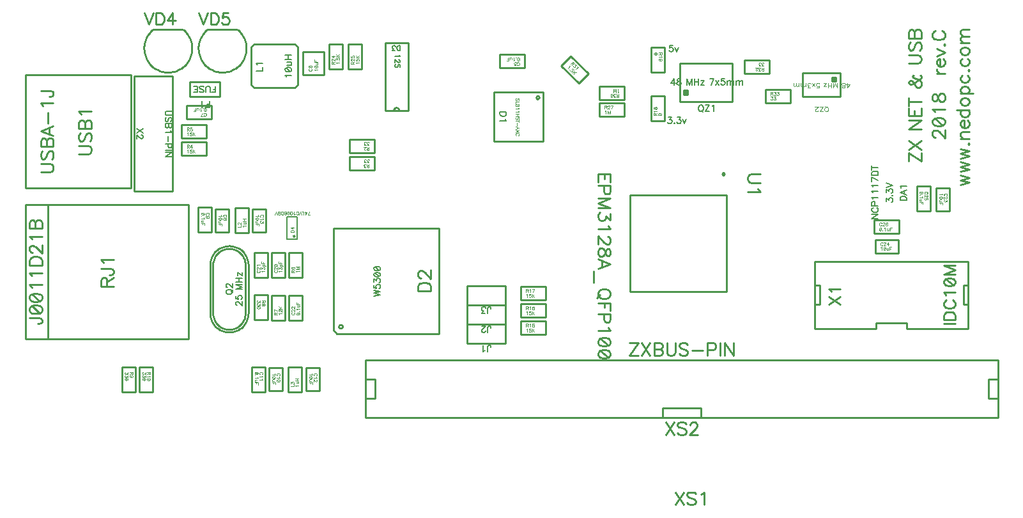
<source format=gto>
G04*
G04  File:            ZXINET.GTO, Tue Jan 09 00:42:33 2018*
G04  Source:          P-CAD 2006 PCB, Version 19.02.958, (Z:\home\lvd\d\zxiznet\pcad\revC\zxinet.pcb)*
G04  Format:          Gerber Format (RS-274-D), ASCII*
G04*
G04  Format Options:  Absolute Positioning*
G04                   Leading-Zero Suppression*
G04                   Scale Factor 1:1*
G04                   NO Circular Interpolation*
G04                   Millimeter Units*
G04                   Numeric Format: 4.4 (XXXX.XXXX)*
G04                   G54 NOT Used for Aperture Change*
G04                   Apertures Embedded*
G04*
G04  File Options:    Offset = (0.000mm,0.000mm)*
G04                   Drill Symbol Size = 2.032mm*
G04                   No Pad/Via Holes*
G04*
G04  File Contents:   Pads*
G04                   Vias*
G04                   Designators*
G04                   Types*
G04                   Values*
G04                   No Drill Symbols*
G04                   Top Silk*
G04*
%INZXINET.GTO*%
%ICAS*%
%MOMM*%
G04*
G04  Aperture MACROs for general use --- invoked via D-code assignment *
G04*
G04  General MACRO for flashed round with rotation and/or offset hole *
%AMROTOFFROUND*
1,1,$1,0.0000,0.0000*
1,0,$2,$3,$4*%
G04*
G04  General MACRO for flashed oval (obround) with rotation and/or offset hole *
%AMROTOFFOVAL*
21,1,$1,$2,0.0000,0.0000,$3*
1,1,$4,$5,$6*
1,1,$4,0-$5,0-$6*
1,0,$7,$8,$9*%
G04*
G04  General MACRO for flashed oval (obround) with rotation and no hole *
%AMROTOVALNOHOLE*
21,1,$1,$2,0.0000,0.0000,$3*
1,1,$4,$5,$6*
1,1,$4,0-$5,0-$6*%
G04*
G04  General MACRO for flashed rectangle with rotation and/or offset hole *
%AMROTOFFRECT*
21,1,$1,$2,0.0000,0.0000,$3*
1,0,$4,$5,$6*%
G04*
G04  General MACRO for flashed rectangle with rotation and no hole *
%AMROTRECTNOHOLE*
21,1,$1,$2,0.0000,0.0000,$3*%
G04*
G04  General MACRO for flashed rounded-rectangle *
%AMROUNDRECT*
21,1,$1,$2-$4,0.0000,0.0000,$3*
21,1,$1-$4,$2,0.0000,0.0000,$3*
1,1,$4,$5,$6*
1,1,$4,$7,$8*
1,1,$4,0-$5,0-$6*
1,1,$4,0-$7,0-$8*
1,0,$9,$10,$11*%
G04*
G04  General MACRO for flashed rounded-rectangle with rotation and no hole *
%AMROUNDRECTNOHOLE*
21,1,$1,$2-$4,0.0000,0.0000,$3*
21,1,$1-$4,$2,0.0000,0.0000,$3*
1,1,$4,$5,$6*
1,1,$4,$7,$8*
1,1,$4,0-$5,0-$6*
1,1,$4,0-$7,0-$8*%
G04*
G04  General MACRO for flashed regular polygon *
%AMREGPOLY*
5,1,$1,0.0000,0.0000,$2,$3+$4*
1,0,$5,$6,$7*%
G04*
G04  General MACRO for flashed regular polygon with no hole *
%AMREGPOLYNOHOLE*
5,1,$1,0.0000,0.0000,$2,$3+$4*%
G04*
G04  General MACRO for target *
%AMTARGET*
6,0,0,$1,$2,$3,4,$4,$5,$6*%
G04*
G04  General MACRO for mounting hole *
%AMMTHOLE*
1,1,$1,0,0*
1,0,$2,0,0*
$1=$1-$2*
$1=$1/2*
21,1,$2+$1,$3,0,0,$4*
21,1,$3,$2+$1,0,0,$4*%
G04*
G04*
G04  D10 : "Ellipse X0.254mm Y0.254mm H0.000mm 0.0deg (0.000mm,0.000mm) Draw"*
G04  Disc: OuterDia=0.2540*
%ADD10C, 0.2540*%
G04  D11 : "Ellipse X0.381mm Y0.381mm H0.000mm 0.0deg (0.000mm,0.000mm) Draw"*
G04  Disc: OuterDia=0.3810*
%ADD11C, 0.3810*%
G04  D12 : "Ellipse X0.500mm Y0.500mm H0.000mm 0.0deg (0.000mm,0.000mm) Draw"*
G04  Disc: OuterDia=0.5000*
%ADD12C, 0.5000*%
G04  D13 : "Ellipse X0.070mm Y0.070mm H0.000mm 0.0deg (0.000mm,0.000mm) Draw"*
G04  Disc: OuterDia=0.0700*
%ADD13C, 0.0700*%
G04  D14 : "Ellipse X0.600mm Y0.600mm H0.000mm 0.0deg (0.000mm,0.000mm) Draw"*
G04  Disc: OuterDia=0.6000*
%ADD14C, 0.6000*%
G04  D15 : "Ellipse X0.700mm Y0.700mm H0.000mm 0.0deg (0.000mm,0.000mm) Draw"*
G04  Disc: OuterDia=0.7000*
%ADD15C, 0.7000*%
G04  D16 : "Ellipse X0.100mm Y0.100mm H0.000mm 0.0deg (0.000mm,0.000mm) Draw"*
G04  Disc: OuterDia=0.1000*
%ADD16C, 0.1000*%
G04  D17 : "Ellipse X1.000mm Y1.000mm H0.000mm 0.0deg (0.000mm,0.000mm) Draw"*
G04  Disc: OuterDia=1.0000*
%ADD17C, 1.0000*%
G04  D18 : "Ellipse X0.127mm Y0.127mm H0.000mm 0.0deg (0.000mm,0.000mm) Draw"*
G04  Disc: OuterDia=0.1270*
%ADD18C, 0.1270*%
G04  D19 : "Ellipse X0.150mm Y0.150mm H0.000mm 0.0deg (0.000mm,0.000mm) Draw"*
G04  Disc: OuterDia=0.1500*
%ADD19C, 0.1500*%
G04  D20 : "Ellipse X0.200mm Y0.200mm H0.000mm 0.0deg (0.000mm,0.000mm) Draw"*
G04  Disc: OuterDia=0.2000*
%ADD20C, 0.2000*%
G04  D21 : "Ellipse X0.250mm Y0.250mm H0.000mm 0.0deg (0.000mm,0.000mm) Draw"*
G04  Disc: OuterDia=0.2500*
%ADD21C, 0.2500*%
G04  D22 : "Ellipse X0.250mm Y0.250mm H0.000mm 0.0deg (0.000mm,0.000mm) Draw"*
G04  Disc: OuterDia=0.2500*
%ADD22C, 0.2500*%
G04  D23 : "Ellipse X2.581mm Y2.581mm H1.600mm 0.0deg (0.000mm,0.000mm) Flash"*
G04  Donut: OuterDia=2.5810, HoleDia=1.6000*
%ADD23C, 2.5810 X1.6000*%
G04  D24 : "Ellipse X3.581mm Y3.581mm H3.200mm 0.0deg (0.000mm,0.000mm) Flash"*
G04  Donut: OuterDia=3.5810, HoleDia=3.2000*
%ADD24C, 3.5810 X3.2000*%
G04  D25 : "Ellipse X3.600mm Y3.600mm H2.500mm 0.0deg (0.000mm,0.000mm) Flash"*
G04  Donut: OuterDia=3.6000, HoleDia=2.5000*
%ADD25C, 3.6000 X2.5000*%
G04  D26 : "Ellipse X3.981mm Y3.981mm H2.500mm 0.0deg (0.000mm,0.000mm) Flash"*
G04  Donut: OuterDia=3.9810, HoleDia=2.5000*
%ADD26C, 3.9810 X2.5000*%
G04  D27 : "Ellipse X0.981mm Y0.981mm H0.600mm 0.0deg (0.000mm,0.000mm) Flash"*
G04  Donut: OuterDia=0.9810, HoleDia=0.6000*
%ADD27C, 0.9810 X0.6000*%
G04  D28 : "Ellipse X1.381mm Y1.381mm H1.000mm 0.0deg (0.000mm,0.000mm) Flash"*
G04  Donut: OuterDia=1.3810, HoleDia=1.0000*
%ADD28C, 1.3810 X1.0000*%
G04  D29 : "Ellipse X1.400mm Y1.400mm H0.900mm 0.0deg (0.000mm,0.000mm) Flash"*
G04  Donut: OuterDia=1.4000, HoleDia=0.9000*
%ADD29C, 1.4000 X0.9000*%
G04  D30 : "Ellipse X1.500mm Y1.500mm H0.900mm 0.0deg (0.000mm,0.000mm) Flash"*
G04  Donut: OuterDia=1.5000, HoleDia=0.9000*
%ADD30C, 1.5000 X0.9000*%
G04  D31 : "Ellipse X1.500mm Y1.500mm H1.000mm 0.0deg (0.000mm,0.000mm) Flash"*
G04  Donut: OuterDia=1.5000, HoleDia=1.0000*
%ADD31C, 1.5000 X1.0000*%
G04  D32 : "Ellipse X1.524mm Y1.524mm H0.965mm 0.0deg (0.000mm,0.000mm) Flash"*
G04  Donut: OuterDia=1.5240, HoleDia=0.9652*
%ADD32C, 1.5240 X0.9652*%
G04  D33 : "Ellipse X1.600mm Y1.600mm H1.000mm 0.0deg (0.000mm,0.000mm) Flash"*
G04  Donut: OuterDia=1.6000, HoleDia=1.0000*
%ADD33C, 1.6000 X1.0000*%
G04  D34 : "Ellipse X1.700mm Y1.700mm H1.100mm 0.0deg (0.000mm,0.000mm) Flash"*
G04  Donut: OuterDia=1.7000, HoleDia=1.1000*
%ADD34C, 1.7000 X1.1000*%
G04  D35 : "Ellipse X1.781mm Y1.781mm H0.900mm 0.0deg (0.000mm,0.000mm) Flash"*
G04  Donut: OuterDia=1.7810, HoleDia=0.9000*
%ADD35C, 1.7810 X0.9000*%
G04  D36 : "Ellipse X1.881mm Y1.881mm H0.900mm 0.0deg (0.000mm,0.000mm) Flash"*
G04  Donut: OuterDia=1.8810, HoleDia=0.9000*
%ADD36C, 1.8810 X0.9000*%
G04  D37 : "Ellipse X1.881mm Y1.881mm H1.000mm 0.0deg (0.000mm,0.000mm) Flash"*
G04  Donut: OuterDia=1.8810, HoleDia=1.0000*
%ADD37C, 1.8810 X1.0000*%
G04  D38 : "Ellipse X1.905mm Y1.905mm H0.965mm 0.0deg (0.000mm,0.000mm) Flash"*
G04  Donut: OuterDia=1.9050, HoleDia=0.9652*
%ADD38C, 1.9050 X0.9652*%
G04  D39 : "Ellipse X1.981mm Y1.981mm H1.000mm 0.0deg (0.000mm,0.000mm) Flash"*
G04  Donut: OuterDia=1.9810, HoleDia=1.0000*
%ADD39C, 1.9810 X1.0000*%
G04  D40 : "Ellipse X2.081mm Y2.081mm H1.100mm 0.0deg (0.000mm,0.000mm) Flash"*
G04  Donut: OuterDia=2.0810, HoleDia=1.1000*
%ADD40C, 2.0810 X1.1000*%
G04  D41 : "Ellipse X2.200mm Y2.200mm H1.600mm 0.0deg (0.000mm,0.000mm) Flash"*
G04  Donut: OuterDia=2.2000, HoleDia=1.6000*
%ADD41C, 2.2000 X1.6000*%
G04  D42 : "Mounting Hole X3.200mm Y3.200mm H3.200mm 0.0deg (0.000mm,0.000mm) Flash"*
G04  Mounting Hole: Diameter=3.2000, Rotation=0.0, LineWidth=0.1270 *
%ADD42MTHOLE, 3.2000 X2.6920 X0.1270 X0.0*%
G04  D43 : "Mounting Hole X0.600mm Y0.600mm H0.600mm 0.0deg (0.000mm,0.000mm) Flash"*
G04  Mounting Hole: Diameter=0.6000, Rotation=0.0, LineWidth=0.1270 *
%ADD43MTHOLE, 0.6000 X0.0920 X0.1270 X0.0*%
G04  D44 : "Mounting Hole X1.000mm Y1.000mm H1.000mm 0.0deg (0.000mm,0.000mm) Flash"*
G04  Mounting Hole: Diameter=1.0000, Rotation=0.0, LineWidth=0.1270 *
%ADD44MTHOLE, 1.0000 X0.4920 X0.1270 X0.0*%
G04  D45 : "Rounded Rectangle X2.581mm Y2.381mm H0.000mm 0.0deg (0.000mm,0.000mm) Flash"*
G04  RoundRct: DimX=2.5810, DimY=2.3810, CornerRad=0.5953, Rotation=0.0, OffsetX=0.0000, OffsetY=0.0000, HoleDia=0.0000 *
%ADD45ROUNDRECTNOHOLE, 2.5810 X2.3810 X0.0 X1.1905 X-0.6953 X-0.5953 X-0.6953 X0.5953*%
G04  D46 : "Rounded Rectangle X2.881mm Y2.881mm H0.000mm 0.0deg (0.000mm,0.000mm) Flash"*
G04  RoundRct: DimX=2.8810, DimY=2.8810, CornerRad=0.7203, Rotation=0.0, OffsetX=0.0000, OffsetY=0.0000, HoleDia=0.0000 *
%ADD46ROUNDRECTNOHOLE, 2.8810 X2.8810 X0.0 X1.4405 X-0.7203 X-0.7203 X-0.7203 X0.7203*%
G04  D47 : "Rounded Rectangle X3.000mm Y1.600mm H0.000mm 0.0deg (0.000mm,0.000mm) Flash"*
G04  RoundRct: DimX=3.0000, DimY=1.6000, CornerRad=0.4000, Rotation=0.0, OffsetX=0.0000, OffsetY=0.0000, HoleDia=0.0000 *
%ADD47ROUNDRECTNOHOLE, 3.0000 X1.6000 X0.0 X0.8000 X-1.1000 X-0.4000 X-1.1000 X0.4000*%
G04  D48 : "Rounded Rectangle X2.000mm Y3.000mm H0.000mm 0.0deg (0.000mm,0.000mm) Flash"*
G04  RoundRct: DimX=2.0000, DimY=3.0000, CornerRad=0.5000, Rotation=0.0, OffsetX=0.0000, OffsetY=0.0000, HoleDia=0.0000 *
%ADD48ROUNDRECTNOHOLE, 2.0000 X3.0000 X0.0 X1.0000 X-0.5000 X-1.0000 X-0.5000 X1.0000*%
G04  D49 : "Rounded Rectangle X3.381mm Y1.981mm H0.000mm 0.0deg (0.000mm,0.000mm) Flash"*
G04  RoundRct: DimX=3.3810, DimY=1.9810, CornerRad=0.4953, Rotation=0.0, OffsetX=0.0000, OffsetY=0.0000, HoleDia=0.0000 *
%ADD49ROUNDRECTNOHOLE, 3.3810 X1.9810 X0.0 X0.9905 X-1.1953 X-0.4953 X-1.1953 X0.4953*%
G04  D50 : "Rounded Rectangle X2.381mm Y3.381mm H0.000mm 0.0deg (0.000mm,0.000mm) Flash"*
G04  RoundRct: DimX=2.3810, DimY=3.3810, CornerRad=0.5953, Rotation=0.0, OffsetX=0.0000, OffsetY=0.0000, HoleDia=0.0000 *
%ADD50ROUNDRECTNOHOLE, 2.3810 X3.3810 X0.0 X1.1905 X-0.5953 X-1.0953 X-0.5953 X1.0953*%
G04  D51 : "Rounded Rectangle X2.000mm Y0.500mm H0.000mm 0.0deg (0.000mm,0.000mm) Flash"*
G04  RoundRct: DimX=2.0000, DimY=0.5000, CornerRad=0.1250, Rotation=0.0, OffsetX=0.0000, OffsetY=0.0000, HoleDia=0.0000 *
%ADD51ROUNDRECTNOHOLE, 2.0000 X0.5000 X0.0 X0.2500 X-0.8750 X-0.1250 X-0.8750 X0.1250*%
G04  D52 : "Rounded Rectangle X6.200mm Y5.800mm H0.000mm 0.0deg (0.000mm,0.000mm) Flash"*
G04  RoundRct: DimX=6.2000, DimY=5.8000, CornerRad=1.4500, Rotation=0.0, OffsetX=0.0000, OffsetY=0.0000, HoleDia=0.0000 *
%ADD52ROUNDRECTNOHOLE, 6.2000 X5.8000 X0.0 X2.9000 X-1.6500 X-1.4500 X-1.6500 X1.4500*%
G04  D53 : "Rounded Rectangle X6.581mm Y6.181mm H0.000mm 0.0deg (0.000mm,0.000mm) Flash"*
G04  RoundRct: DimX=6.5810, DimY=6.1810, CornerRad=1.5453, Rotation=0.0, OffsetX=0.0000, OffsetY=0.0000, HoleDia=0.0000 *
%ADD53ROUNDRECTNOHOLE, 6.5810 X6.1810 X0.0 X3.0905 X-1.7453 X-1.5453 X-1.7453 X1.5453*%
G04  D54 : "Rounded Rectangle X1.300mm Y0.700mm H0.000mm 0.0deg (0.000mm,0.000mm) Flash"*
G04  RoundRct: DimX=1.3000, DimY=0.7000, CornerRad=0.1750, Rotation=0.0, OffsetX=0.0000, OffsetY=0.0000, HoleDia=0.0000 *
%ADD54ROUNDRECTNOHOLE, 1.3000 X0.7000 X0.0 X0.3500 X-0.4750 X-0.1750 X-0.4750 X0.1750*%
G04  D55 : "Rounded Rectangle X2.381mm Y0.881mm H0.000mm 0.0deg (0.000mm,0.000mm) Flash"*
G04  RoundRct: DimX=2.3810, DimY=0.8810, CornerRad=0.2203, Rotation=0.0, OffsetX=0.0000, OffsetY=0.0000, HoleDia=0.0000 *
%ADD55ROUNDRECTNOHOLE, 2.3810 X0.8810 X0.0 X0.4405 X-0.9703 X-0.2203 X-0.9703 X0.2203*%
G04  D56 : "Rounded Rectangle X1.681mm Y1.081mm H0.000mm 0.0deg (0.000mm,0.000mm) Flash"*
G04  RoundRct: DimX=1.6810, DimY=1.0810, CornerRad=0.2703, Rotation=0.0, OffsetX=0.0000, OffsetY=0.0000, HoleDia=0.0000 *
%ADD56ROUNDRECTNOHOLE, 1.6810 X1.0810 X0.0 X0.5405 X-0.5702 X-0.2703 X-0.5702 X0.2703*%
G04  D57 : "Rounded Rectangle X1.500mm Y2.000mm H0.000mm 0.0deg (0.000mm,0.000mm) Flash"*
G04  RoundRct: DimX=1.5000, DimY=2.0000, CornerRad=0.3750, Rotation=0.0, OffsetX=0.0000, OffsetY=0.0000, HoleDia=0.0000 *
%ADD57ROUNDRECTNOHOLE, 1.5000 X2.0000 X0.0 X0.7500 X-0.3750 X-0.6250 X-0.3750 X0.6250*%
G04  D58 : "Rounded Rectangle X2.000mm Y1.500mm H0.000mm 0.0deg (0.000mm,0.000mm) Flash"*
G04  RoundRct: DimX=2.0000, DimY=1.5000, CornerRad=0.3750, Rotation=0.0, OffsetX=0.0000, OffsetY=0.0000, HoleDia=0.0000 *
%ADD58ROUNDRECTNOHOLE, 2.0000 X1.5000 X0.0 X0.7500 X-0.6250 X-0.3750 X-0.6250 X0.3750*%
G04  D59 : "Rounded Rectangle X1.600mm Y0.300mm H0.000mm 0.0deg (0.000mm,0.000mm) Flash"*
G04  RoundRct: DimX=1.6000, DimY=0.3000, CornerRad=0.0750, Rotation=0.0, OffsetX=0.0000, OffsetY=0.0000, HoleDia=0.0000 *
%ADD59ROUNDRECTNOHOLE, 1.6000 X0.3000 X0.0 X0.1500 X-0.7250 X-0.0750 X-0.7250 X0.0750*%
G04  D60 : "Rounded Rectangle X0.300mm Y1.600mm H0.000mm 0.0deg (0.000mm,0.000mm) Flash"*
G04  RoundRct: DimX=0.3000, DimY=1.6000, CornerRad=0.0750, Rotation=0.0, OffsetX=0.0000, OffsetY=0.0000, HoleDia=0.0000 *
%ADD60ROUNDRECTNOHOLE, 0.3000 X1.6000 X0.0 X0.1500 X-0.0750 X-0.7250 X-0.0750 X0.7250*%
G04  D61 : "Rounded Rectangle X3.000mm Y1.700mm H0.000mm 0.0deg (0.000mm,0.000mm) Flash"*
G04  RoundRct: DimX=3.0000, DimY=1.7000, CornerRad=0.4250, Rotation=0.0, OffsetX=0.0000, OffsetY=0.0000, HoleDia=0.0000 *
%ADD61ROUNDRECTNOHOLE, 3.0000 X1.7000 X0.0 X0.8500 X-1.0750 X-0.4250 X-1.0750 X0.4250*%
G04  D62 : "Rounded Rectangle X1.881mm Y2.381mm H0.000mm 0.0deg (0.000mm,0.000mm) Flash"*
G04  RoundRct: DimX=1.8810, DimY=2.3810, CornerRad=0.4703, Rotation=0.0, OffsetX=0.0000, OffsetY=0.0000, HoleDia=0.0000 *
%ADD62ROUNDRECTNOHOLE, 1.8810 X2.3810 X0.0 X0.9405 X-0.4703 X-0.7203 X-0.4703 X0.7203*%
G04  D63 : "Rounded Rectangle X2.381mm Y1.881mm H0.000mm 0.0deg (0.000mm,0.000mm) Flash"*
G04  RoundRct: DimX=2.3810, DimY=1.8810, CornerRad=0.4703, Rotation=0.0, OffsetX=0.0000, OffsetY=0.0000, HoleDia=0.0000 *
%ADD63ROUNDRECTNOHOLE, 2.3810 X1.8810 X0.0 X0.9405 X-0.7203 X-0.4703 X-0.7203 X0.4703*%
G04  D64 : "Rounded Rectangle X1.981mm Y0.681mm H0.000mm 0.0deg (0.000mm,0.000mm) Flash"*
G04  RoundRct: DimX=1.9810, DimY=0.6810, CornerRad=0.1703, Rotation=0.0, OffsetX=0.0000, OffsetY=0.0000, HoleDia=0.0000 *
%ADD64ROUNDRECTNOHOLE, 1.9810 X0.6810 X0.0 X0.3405 X-0.8203 X-0.1703 X-0.8203 X0.1703*%
G04  D65 : "Rounded Rectangle X0.681mm Y1.981mm H0.000mm 0.0deg (0.000mm,0.000mm) Flash"*
G04  RoundRct: DimX=0.6810, DimY=1.9810, CornerRad=0.1703, Rotation=0.0, OffsetX=0.0000, OffsetY=0.0000, HoleDia=0.0000 *
%ADD65ROUNDRECTNOHOLE, 0.6810 X1.9810 X0.0 X0.3405 X-0.1703 X-0.8203 X-0.1703 X0.8203*%
G04  D66 : "Rounded Rectangle X3.000mm Y2.000mm H0.000mm 0.0deg (0.000mm,0.000mm) Flash"*
G04  RoundRct: DimX=3.0000, DimY=2.0000, CornerRad=0.5000, Rotation=0.0, OffsetX=0.0000, OffsetY=0.0000, HoleDia=0.0000 *
%ADD66ROUNDRECTNOHOLE, 3.0000 X2.0000 X0.0 X1.0000 X-1.0000 X-0.5000 X-1.0000 X0.5000*%
G04  D67 : "Rounded Rectangle X2.000mm Y0.650mm H0.000mm 0.0deg (0.000mm,0.000mm) Flash"*
G04  RoundRct: DimX=2.0000, DimY=0.6500, CornerRad=0.1625, Rotation=0.0, OffsetX=0.0000, OffsetY=0.0000, HoleDia=0.0000 *
%ADD67ROUNDRECTNOHOLE, 2.0000 X0.6500 X0.0 X0.3250 X-0.8375 X-0.1625 X-0.8375 X0.1625*%
G04  D68 : "Rounded Rectangle X2.000mm Y2.000mm H0.000mm 0.0deg (0.000mm,0.000mm) Flash"*
G04  RoundRct: DimX=2.0000, DimY=2.0000, CornerRad=0.5000, Rotation=0.0, OffsetX=0.0000, OffsetY=0.0000, HoleDia=0.0000 *
%ADD68ROUNDRECTNOHOLE, 2.0000 X2.0000 X0.0 X1.0000 X-0.5000 X-0.5000 X-0.5000 X0.5000*%
G04  D69 : "Rounded Rectangle X3.381mm Y2.081mm H0.000mm 0.0deg (0.000mm,0.000mm) Flash"*
G04  RoundRct: DimX=3.3810, DimY=2.0810, CornerRad=0.5202, Rotation=0.0, OffsetX=0.0000, OffsetY=0.0000, HoleDia=0.0000 *
%ADD69ROUNDRECTNOHOLE, 3.3810 X2.0810 X0.0 X1.0405 X-1.1703 X-0.5202 X-1.1703 X0.5202*%
G04  D70 : "Rounded Rectangle X2.200mm Y2.000mm H0.000mm 0.0deg (0.000mm,0.000mm) Flash"*
G04  RoundRct: DimX=2.2000, DimY=2.0000, CornerRad=0.5000, Rotation=0.0, OffsetX=0.0000, OffsetY=0.0000, HoleDia=0.0000 *
%ADD70ROUNDRECTNOHOLE, 2.2000 X2.0000 X0.0 X1.0000 X-0.6000 X-0.5000 X-0.6000 X0.5000*%
G04  D71 : "Rounded Rectangle X3.381mm Y2.381mm H0.000mm 0.0deg (0.000mm,0.000mm) Flash"*
G04  RoundRct: DimX=3.3810, DimY=2.3810, CornerRad=0.5953, Rotation=0.0, OffsetX=0.0000, OffsetY=0.0000, HoleDia=0.0000 *
%ADD71ROUNDRECTNOHOLE, 3.3810 X2.3810 X0.0 X1.1905 X-1.0953 X-0.5953 X-1.0953 X0.5953*%
G04  D72 : "Rounded Rectangle X2.381mm Y1.031mm H0.000mm 0.0deg (0.000mm,0.000mm) Flash"*
G04  RoundRct: DimX=2.3810, DimY=1.0310, CornerRad=0.2578, Rotation=0.0, OffsetX=0.0000, OffsetY=0.0000, HoleDia=0.0000 *
%ADD72ROUNDRECTNOHOLE, 2.3810 X1.0310 X0.0 X0.5155 X-0.9328 X-0.2578 X-0.9328 X0.2578*%
G04  D73 : "Rounded Rectangle X2.381mm Y2.381mm H0.000mm 0.0deg (0.000mm,0.000mm) Flash"*
G04  RoundRct: DimX=2.3810, DimY=2.3810, CornerRad=0.5953, Rotation=0.0, OffsetX=0.0000, OffsetY=0.0000, HoleDia=0.0000 *
%ADD73ROUNDRECTNOHOLE, 2.3810 X2.3810 X0.0 X1.1905 X-0.5953 X-0.5953 X-0.5953 X0.5953*%
G04  D74 : "Rounded Rectangle X2.500mm Y2.500mm H0.000mm 0.0deg (0.000mm,0.000mm) Flash"*
G04  RoundRct: DimX=2.5000, DimY=2.5000, CornerRad=0.6250, Rotation=0.0, OffsetX=0.0000, OffsetY=0.0000, HoleDia=0.0000 *
%ADD74ROUNDRECTNOHOLE, 2.5000 X2.5000 X0.0 X1.2500 X-0.6250 X-0.6250 X-0.6250 X0.6250*%
G04  D75 : "Rectangle X1.500mm Y10.000mm H0.000mm 0.0deg (0.000mm,0.000mm) Flash"*
G04  Rectangular: DimX=1.5000, DimY=10.0000, Rotation=0.0, OffsetX=0.0000, OffsetY=0.0000, HoleDia=0.0000 *
%ADD75R, 1.5000 X10.0000*%
G04  D76 : "Rectangle X1.500mm Y1.500mm H0.900mm 0.0deg (0.000mm,0.000mm) Flash"*
G04  Square: Side=1.5000, Rotation=0.0, OffsetX=0.0000, OffsetY=0.0000, HoleDia=0.9000*
%ADD76R, 1.5000 X1.5000 X0.9000*%
G04  D77 : "Rectangle X1.524mm Y1.524mm H0.965mm 0.0deg (0.000mm,0.000mm) Flash"*
G04  Square: Side=1.5240, Rotation=0.0, OffsetX=0.0000, OffsetY=0.0000, HoleDia=0.9652*
%ADD77R, 1.5240 X1.5240 X0.9652*%
G04  D78 : "Rectangle X1.600mm Y0.300mm H0.000mm 0.0deg (0.000mm,0.000mm) Flash"*
G04  Rectangular: DimX=1.6000, DimY=0.3000, Rotation=0.0, OffsetX=0.0000, OffsetY=0.0000, HoleDia=0.0000 *
%ADD78R, 1.6000 X0.3000*%
G04  D79 : "Rectangle X0.300mm Y1.600mm H0.000mm 0.0deg (0.000mm,0.000mm) Flash"*
G04  Rectangular: DimX=0.3000, DimY=1.6000, Rotation=0.0, OffsetX=0.0000, OffsetY=0.0000, HoleDia=0.0000 *
%ADD79R, 0.3000 X1.6000*%
G04  D80 : "Rectangle X1.600mm Y1.600mm H1.000mm 0.0deg (0.000mm,0.000mm) Flash"*
G04  Square: Side=1.6000, Rotation=0.0, OffsetX=0.0000, OffsetY=0.0000, HoleDia=1.0000*
%ADD80R, 1.6000 X1.6000 X1.0000*%
G04  D81 : "Rectangle X1.881mm Y10.381mm H0.000mm 0.0deg (0.000mm,0.000mm) Flash"*
G04  Rectangular: DimX=1.8810, DimY=10.3810, Rotation=0.0, OffsetX=0.0000, OffsetY=0.0000, HoleDia=0.0000 *
%ADD81R, 1.8810 X10.3810*%
G04  D82 : "Rectangle X1.881mm Y1.881mm H0.900mm 0.0deg (0.000mm,0.000mm) Flash"*
G04  Square: Side=1.8810, Rotation=0.0, OffsetX=0.0000, OffsetY=0.0000, HoleDia=0.9000*
%ADD82R, 1.8810 X1.8810 X0.9000*%
G04  D83 : "Rectangle X1.905mm Y1.905mm H0.965mm 0.0deg (0.000mm,0.000mm) Flash"*
G04  Square: Side=1.9050, Rotation=0.0, OffsetX=0.0000, OffsetY=0.0000, HoleDia=0.9652*
%ADD83R, 1.9050 X1.9050 X0.9652*%
G04  D84 : "Rectangle X1.981mm Y0.681mm H0.000mm 0.0deg (0.000mm,0.000mm) Flash"*
G04  Rectangular: DimX=1.9810, DimY=0.6810, Rotation=0.0, OffsetX=0.0000, OffsetY=0.0000, HoleDia=0.0000 *
%ADD84R, 1.9810 X0.6810*%
G04  D85 : "Rectangle X0.681mm Y1.981mm H0.000mm 0.0deg (0.000mm,0.000mm) Flash"*
G04  Rectangular: DimX=0.6810, DimY=1.9810, Rotation=0.0, OffsetX=0.0000, OffsetY=0.0000, HoleDia=0.0000 *
%ADD85R, 0.6810 X1.9810*%
G04  D86 : "Rectangle X1.981mm Y1.981mm H1.000mm 0.0deg (0.000mm,0.000mm) Flash"*
G04  Square: Side=1.9810, Rotation=0.0, OffsetX=0.0000, OffsetY=0.0000, HoleDia=1.0000*
%ADD86R, 1.9810 X1.9810 X1.0000*%
G04  D87 : "Ellipse X5.500mm Y5.500mm H3.500mm 0.0deg (0.000mm,0.000mm) Flash"*
G04  Donut: OuterDia=5.5000, HoleDia=3.5000*
%ADD87C, 5.5000 X3.5000*%
G04  D88 : "Ellipse X5.881mm Y5.881mm H3.500mm 0.0deg (0.000mm,0.000mm) Flash"*
G04  Donut: OuterDia=5.8810, HoleDia=3.5000*
%ADD88C, 5.8810 X3.5000*%
G04  D89 : "Ellipse X1.000mm Y1.000mm H0.500mm 0.0deg (0.000mm,0.000mm) Flash"*
G04  Donut: OuterDia=1.0000, HoleDia=0.5000*
%ADD89C, 1.0000 X0.5000*%
G04  D90 : "Ellipse X1.381mm Y1.381mm H0.500mm 0.0deg (0.000mm,0.000mm) Flash"*
G04  Donut: OuterDia=1.3810, HoleDia=0.5000*
%ADD90C, 1.3810 X0.5000*%
G04*
%FSLAX44Y44*%
%SFA1B1*%
%OFA0.000B0.000*%
G04*
G71*
G90*
G01*
D2*
%LNTop Silk*%
D18*
X1014953Y4518112*
X1010984D1*
X1010587Y4514540*
X1010984Y4514937*
X1012175Y4515334*
X1013365*
X1014556Y4514937*
X1015350Y4514143*
X1015746Y4512953*
Y4512159*
X1015350Y4510968*
X1014556Y4510175*
X1013365Y4509778*
X1012175*
X1010984Y4510175*
X1010587Y4510571*
X1010190Y4511365*
X1017731Y4515334D2*
X1020112Y4509778D1*
X1022493Y4515334*
X1009014Y4423283D2*
X1013447D1*
X1011029Y4420059*
X1012238*
X1013044Y4419656*
X1013447Y4419253*
X1013850Y4418044*
Y4417238*
X1013447Y4416029*
X1012641Y4415223*
X1011432Y4414820*
X1010223*
X1009014Y4415223*
X1008611Y4415626*
X1008208Y4416432*
X1017074Y4415626D2*
X1016671Y4415223D1*
X1017074Y4414820*
X1017477Y4415223*
X1017074Y4415626*
X1021104Y4423283D2*
X1025537D1*
X1023119Y4420059*
X1024328*
X1025134Y4419656*
X1025537Y4419253*
X1025940Y4418044*
Y4417238*
X1025537Y4416029*
X1024731Y4415223*
X1023522Y4414820*
X1022313*
X1021104Y4415223*
X1020701Y4415626*
X1020298Y4416432*
X1027954Y4420462D2*
X1030372Y4414820D1*
X1032790Y4420462*
D2*
D10*
X1327190Y4364463*
Y4375618D1*
X1343922Y4364463*
Y4375618*
X1327190Y4380398D2*
X1343922Y4391553D1*
X1327190D2*
X1343922Y4380398D1*
X1327190Y4418643D2*
X1343922D1*
X1327190Y4407488*
X1343922*
X1327190Y4435375D2*
Y4425017D1*
X1343922*
Y4435375*
X1335158Y4425017D2*
Y4431391D1*
X1327190Y4443342D2*
X1343922D1*
X1327190Y4437765D2*
Y4448919D1*
X1334361Y4478399D2*
X1333564D1*
X1332768Y4477603*
Y4476806*
X1333564Y4476009*
X1335158Y4475212*
X1339142Y4473619*
X1341532Y4472025*
X1343126Y4470432*
X1343922Y4468838*
Y4465651*
X1343126Y4464058*
X1342329Y4463261*
X1340735Y4462464*
X1339142*
X1337548Y4463261*
X1336751Y4464058*
X1333564Y4469635*
X1332768Y4470432*
X1331174Y4471229*
X1329581*
X1327987Y4470432*
X1327190Y4468838*
X1327987Y4467245*
X1329581Y4466448*
X1331174*
X1333564Y4467245*
X1335955Y4468838*
X1341532Y4472822*
X1343126Y4474416*
X1343922Y4476009*
Y4477603*
X1343126Y4478399*
X1342329*
X1327190Y4494335D2*
X1339142D1*
X1341532Y4495131*
X1343126Y4496725*
X1343922Y4499115*
Y4500709*
X1343126Y4503099*
X1341532Y4504692*
X1339142Y4505489*
X1327190*
X1329581Y4522221D2*
X1327987Y4520627D1*
X1327190Y4518237*
Y4515050*
X1327987Y4512660*
X1329581Y4511066*
X1331174*
X1332768Y4511863*
X1333564Y4512660*
X1334361Y4514253*
X1335955Y4519034*
X1336751Y4520627*
X1337548Y4521424*
X1339142Y4522221*
X1341532*
X1343126Y4520627*
X1343922Y4518237*
Y4515050*
X1343126Y4512660*
X1341532Y4511066*
X1327190Y4527798D2*
X1343922D1*
Y4534969*
X1343126Y4537359*
X1342329Y4538156*
X1340735Y4538953*
X1338345*
X1336751Y4538156*
X1335955Y4537359*
X1335158Y4534969*
X1334361Y4537359*
X1333564Y4538156*
X1331971Y4538953*
X1330377*
X1328784Y4538156*
X1327987Y4537359*
X1327190Y4534969*
Y4527798*
X1335158D2*
Y4534969D1*
X1362924Y4396334D2*
X1362127D1*
X1360534Y4397130*
X1359737Y4397927*
X1358940Y4399521*
Y4402708*
X1359737Y4404301*
X1360534Y4405098*
X1362127Y4405895*
X1363721*
X1365314Y4405098*
X1367705Y4403504*
X1375672Y4395537*
Y4406691*
X1358940Y4416252D2*
X1359737Y4413862D1*
X1362127Y4412269*
X1366111Y4411472*
X1368501*
X1372485Y4412269*
X1374876Y4413862*
X1375672Y4416252*
Y4417846*
X1374876Y4420236*
X1372485Y4421830*
X1368501Y4422626*
X1366111*
X1362127Y4421830*
X1359737Y4420236*
X1358940Y4417846*
Y4416252*
X1362127Y4421830D2*
X1372485Y4412269D1*
X1362127Y4429797D2*
X1361331Y4431391D1*
X1358940Y4433781*
X1375672*
X1358940Y4447326D2*
X1359737Y4444936D1*
X1361331Y4444139*
X1362924*
X1364518Y4444936*
X1365314Y4446529*
X1366111Y4449716*
X1366908Y4452106*
X1368501Y4453700*
X1370095Y4454497*
X1372485*
X1374079Y4453700*
X1374876Y4452903*
X1375672Y4450513*
Y4447326*
X1374876Y4444936*
X1374079Y4444139*
X1372485Y4443342*
X1370095*
X1368501Y4444139*
X1366908Y4445732*
X1366111Y4448123*
X1365314Y4451310*
X1364518Y4452903*
X1362924Y4453700*
X1361331*
X1359737Y4452903*
X1358940Y4450513*
Y4447326*
X1364518Y4480790D2*
X1375672D1*
X1369298D2*
X1366908Y4481586D1*
X1365314Y4483180*
X1364518Y4484773*
Y4487164*
X1369298Y4490351D2*
Y4499912D1*
X1367705*
X1366111Y4499115*
X1365314Y4498318*
X1364518Y4496725*
Y4494335*
X1365314Y4492741*
X1366908Y4491148*
X1369298Y4490351*
X1370892*
X1373282Y4491148*
X1374876Y4492741*
X1375672Y4494335*
Y4496725*
X1374876Y4498318*
X1373282Y4499912*
X1364518Y4503896D2*
X1375672Y4508676D1*
X1364518Y4513457*
X1374079Y4519034D2*
X1374876Y4518237D1*
X1375672Y4519034*
X1374876Y4519831*
X1374079Y4519034*
X1362924Y4537359D2*
X1361331Y4536563D1*
X1359737Y4534969*
X1358940Y4533376*
Y4530189*
X1359737Y4528595*
X1361331Y4527002*
X1362924Y4526205*
X1365314Y4525408*
X1369298*
X1371689Y4526205*
X1373282Y4527002*
X1374876Y4528595*
X1375672Y4530189*
Y4533376*
X1374876Y4534969*
X1373282Y4536563*
X1371689Y4537359*
X1396268Y4333390D2*
X1407422Y4336577D1*
X1396268Y4339764*
X1407422Y4342951*
X1396268Y4346138*
Y4350918D2*
X1407422Y4354105D1*
X1396268Y4357292*
X1407422Y4360479*
X1396268Y4363666*
Y4368447D2*
X1407422Y4371634D1*
X1396268Y4374821*
X1407422Y4378008*
X1396268Y4381195*
X1405829Y4387569D2*
X1406626Y4386772D1*
X1407422Y4387569*
X1406626Y4388366*
X1405829Y4387569*
X1396268Y4394740D2*
X1407422D1*
X1399455D2*
X1397064Y4397130D1*
X1396268Y4398724*
Y4401114*
X1397064Y4402707*
X1399455Y4403504*
X1407422*
X1401048Y4409082D2*
Y4418643D1*
X1399455*
X1397861Y4417846*
X1397064Y4417049*
X1396268Y4415456*
Y4413065*
X1397064Y4411472*
X1398658Y4409878*
X1401048Y4409082*
X1402642*
X1405032Y4409878*
X1406626Y4411472*
X1407422Y4413065*
Y4415456*
X1406626Y4417049*
X1405032Y4418643*
X1390690Y4432984D2*
X1407422D1*
X1398658D2*
X1397064Y4431391D1*
X1396268Y4429797*
Y4427407*
X1397064Y4425813*
X1398658Y4424220*
X1401048Y4423423*
X1402642*
X1405032Y4424220*
X1406626Y4425813*
X1407422Y4427407*
Y4429797*
X1406626Y4431391*
X1405032Y4432984*
X1396268Y4442545D2*
X1397064Y4440952D1*
X1398658Y4439358*
X1401048Y4438562*
X1402642*
X1405032Y4439358*
X1406626Y4440952*
X1407422Y4442545*
Y4444936*
X1406626Y4446529*
X1405032Y4448123*
X1402642Y4448919*
X1401048*
X1398658Y4448123*
X1397064Y4446529*
X1396268Y4444936*
Y4442545*
Y4454497D2*
X1413000D1*
X1398658D2*
X1397064Y4456090D1*
X1396268Y4457684*
Y4460074*
X1397064Y4461668*
X1398658Y4463261*
X1401048Y4464058*
X1402642*
X1405032Y4463261*
X1406626Y4461668*
X1407422Y4460074*
Y4457684*
X1406626Y4456090*
X1405032Y4454497*
X1398658Y4478399D2*
X1397064Y4476806D1*
X1396268Y4475212*
Y4472822*
X1397064Y4471229*
X1398658Y4469635*
X1401048Y4468838*
X1402642*
X1405032Y4469635*
X1406626Y4471229*
X1407422Y4472822*
Y4475212*
X1406626Y4476806*
X1405032Y4478399*
X1405829Y4484773D2*
X1406626Y4483977D1*
X1407422Y4484773*
X1406626Y4485570*
X1405829Y4484773*
X1398658Y4500709D2*
X1397064Y4499115D1*
X1396268Y4497522*
Y4495131*
X1397064Y4493538*
X1398658Y4491944*
X1401048Y4491147*
X1402642*
X1405032Y4491944*
X1406626Y4493538*
X1407422Y4495131*
Y4497522*
X1406626Y4499115*
X1405032Y4500709*
X1396268Y4509473D2*
X1397064Y4507879D1*
X1398658Y4506286*
X1401048Y4505489*
X1402642*
X1405032Y4506286*
X1406626Y4507879*
X1407422Y4509473*
Y4511863*
X1406626Y4513457*
X1405032Y4515050*
X1402642Y4515847*
X1401048*
X1398658Y4515050*
X1397064Y4513457*
X1396268Y4511863*
Y4509473*
Y4521424D2*
X1407422D1*
X1399455D2*
X1397064Y4523814D1*
X1396268Y4525408*
Y4527798*
X1397064Y4529392*
X1399455Y4530189*
X1407422*
X1399455D2*
X1397064Y4532579D1*
X1396268Y4534172*
Y4536563*
X1397064Y4538156*
X1399455Y4538953*
X1407422*
D2*
D22*
X505110Y4059460*
X522890D1*
Y4092480D2*
X505110D1*
X522890Y4059460D2*
Y4092480D1*
X505110D2*
Y4059460D1*
D2*
D10*
D16*
X508487Y4066625*
X512770D1*
Y4069073*
X508487Y4070296D2*
Y4072540D1*
X510119Y4071316*
Y4071928*
X510323Y4072336*
X510527Y4072540*
X511139Y4072744*
X511547*
X512158Y4072540*
X512566Y4072132*
X512770Y4071520*
Y4070908*
X512566Y4070296*
X512362Y4070092*
X511955Y4069888*
X515706Y4067020D2*
X515504Y4067423D1*
X514899Y4068029*
X519136*
X516311Y4070651D2*
X518329D1*
X518934Y4070853*
X519136Y4071257*
Y4071862*
X518934Y4072265*
X518329Y4072870*
X516311D2*
X519136D1*
X514899Y4074484D2*
X519136D1*
X514899Y4077309D2*
X519136D1*
X516917Y4074484D2*
Y4077309D1*
D2*
D22*
X497890Y4091000*
X480110D1*
Y4060520D2*
X497890D1*
X480110Y4091000D2*
Y4060520D1*
X497890D2*
Y4091000D1*
D2*
D16*
X493441Y4081018*
X493845Y4081220D1*
X494248Y4081623*
X494450Y4082027*
Y4082834*
X494248Y4083237*
X493845Y4083641*
X493441Y4083843*
X492836Y4084044*
X491827*
X491222Y4083843*
X490819Y4083641*
X490415Y4083237*
X490213Y4082834*
Y4082027*
X490415Y4081623*
X490819Y4081220*
X491222Y4081018*
X493643Y4079203D2*
X493845Y4078799D1*
X494450Y4078194*
X490213*
X494450Y4074563D2*
X494248Y4075168D1*
X493643Y4075571*
X492634Y4075773*
X492029*
X491020Y4075571*
X490415Y4075168*
X490213Y4074563*
Y4074159*
X490415Y4073554*
X491020Y4073150*
X492029Y4072949*
X492634*
X493643Y4073150*
X494248Y4073554*
X494450Y4074159*
Y4074563*
X493643Y4073150D2*
X491020Y4075571D1*
X487276Y4083443D2*
X487477Y4083041D1*
X488080Y4082438*
X483858*
X488080Y4078819D2*
X487879Y4079422D1*
X487276Y4079825*
X486271Y4080026*
X485668*
X484663Y4079825*
X484060Y4079422*
X483858Y4078819*
Y4078417*
X484060Y4077814*
X484663Y4077412*
X485668Y4077211*
X486271*
X487276Y4077412*
X487879Y4077814*
X488080Y4078417*
Y4078819*
X487276Y4077412D2*
X484663Y4079825D1*
X486673Y4075804D2*
X484663D1*
X484060Y4075603*
X483858Y4075200*
Y4074597*
X484060Y4074195*
X484663Y4073592*
X486673D2*
X483858D1*
X488080Y4069370D2*
Y4071984D1*
X483858*
X486070D2*
Y4070375D1*
D2*
D10*
D22*
X506110Y4210460*
X523890D1*
Y4243480D2*
X506110D1*
X523890Y4210460D2*
Y4243480D1*
X506110D2*
Y4210460D1*
D2*
D10*
D16*
X511537Y4217623*
Y4219454D1*
X511333Y4220064*
X511130Y4220267*
X510723Y4220471*
X510316*
X509910Y4220267*
X509706Y4220064*
X509503Y4219454*
Y4217623*
X513774*
X511537Y4219047D2*
X513774Y4220471D1*
X510113Y4224335D2*
X509706Y4224132D1*
X509503Y4223522*
Y4223115*
X509706Y4222505*
X510316Y4222098*
X511333Y4221894*
X512350*
X513164Y4222098*
X513571Y4222505*
X513774Y4223115*
Y4223318*
X513571Y4223928*
X513164Y4224335*
X512554Y4224539*
X512350*
X511740Y4224335*
X511333Y4223928*
X511130Y4223318*
Y4223115*
X511333Y4222505*
X511740Y4222098*
X512350Y4221894*
X516675Y4218028D2*
X516472Y4218434D1*
X515863Y4219043*
X520127*
Y4224932D2*
X515863D1*
X520127Y4223307*
X515863Y4221683*
X520127*
D2*
D22*
X483110Y4210460*
X500890D1*
Y4243480D2*
X483110D1*
X500890Y4210460D2*
Y4243480D1*
X483110D2*
Y4210460D1*
D2*
D10*
D16*
X487558Y4220441*
X487154Y4220239D1*
X486751Y4219836*
X486549Y4219432*
Y4218625*
X486751Y4218222*
X487154Y4217818*
X487558Y4217616*
X488163Y4217415*
X489172*
X489777Y4217616*
X490180Y4217818*
X490584Y4218222*
X490786Y4218625*
Y4219432*
X490584Y4219836*
X490180Y4220239*
X489777Y4220441*
X487558Y4221853D2*
X487356D1*
X486953Y4222055*
X486751Y4222257*
X486549Y4222660*
Y4223467*
X486751Y4223871*
X486953Y4224072*
X487356Y4224274*
X487760*
X488163Y4224072*
X488768Y4223669*
X490786Y4221651*
Y4224476*
X486549Y4226897D2*
X486751Y4226291D1*
X487356Y4225888*
X488365Y4225686*
X488970*
X489979Y4225888*
X490584Y4226291*
X490786Y4226897*
Y4227300*
X490584Y4227905*
X489979Y4228309*
X488970Y4228511*
X488365*
X487356Y4228309*
X486751Y4227905*
X486549Y4227300*
Y4226897*
X487356Y4228309D2*
X489979Y4225888D1*
X493723Y4218016D2*
X493522Y4218418D1*
X492919Y4219021*
X497141*
X492919Y4221836D2*
Y4224047D1*
X494527Y4222841*
Y4223444*
X494728Y4223846*
X494929Y4224047*
X495532Y4224248*
X495934*
X496537Y4224047*
X496940Y4223645*
X497141Y4223042*
Y4222439*
X496940Y4221836*
X496739Y4221635*
X496336Y4221434*
X494326Y4225655D2*
X498548D1*
X494929D2*
X494527Y4226058D1*
X494326Y4226460*
Y4227063*
X494527Y4227465*
X494929Y4227867*
X495532Y4228068*
X495934*
X496537Y4227867*
X496940Y4227465*
X497141Y4227063*
Y4226460*
X496940Y4226058*
X496537Y4225655*
X492919Y4232089D2*
Y4229475D1*
X497141*
X494929D2*
Y4231084D1*
D2*
D22*
X1355890Y4331540*
X1338110D1*
Y4298520D2*
X1355890D1*
X1338110Y4331540D2*
Y4298520D1*
X1355890D2*
Y4331540D1*
D2*
D10*
D16*
X1351441Y4321558*
X1351845Y4321760D1*
X1352248Y4322163*
X1352450Y4322567*
Y4323374*
X1352248Y4323777*
X1351845Y4324181*
X1351441Y4324383*
X1350836Y4324584*
X1349827*
X1349222Y4324383*
X1348819Y4324181*
X1348415Y4323777*
X1348213Y4323374*
Y4322567*
X1348415Y4322163*
X1348819Y4321760*
X1349222Y4321558*
X1351441Y4320146D2*
X1351643D1*
X1352047Y4319944*
X1352248Y4319743*
X1352450Y4319339*
Y4318532*
X1352248Y4318129*
X1352047Y4317927*
X1351643Y4317725*
X1351240*
X1350836Y4317927*
X1350231Y4318330*
X1348213Y4320348*
Y4317523*
X1352450Y4313892D2*
Y4315909D1*
X1350634Y4316111*
X1350836Y4315909*
X1351038Y4315304*
Y4314699*
X1350836Y4314094*
X1350433Y4313690*
X1349827Y4313489*
X1349424*
X1348819Y4313690*
X1348415Y4314094*
X1348213Y4314699*
Y4315304*
X1348415Y4315909*
X1348617Y4316111*
X1349020Y4316313*
X1346072Y4323383D2*
X1345871Y4323985D1*
X1345269Y4324387*
X1344265Y4324587*
X1343663*
X1342659Y4324387*
X1342057Y4323985*
X1341856Y4323383*
Y4322981*
X1342057Y4322379*
X1342659Y4321978*
X1343663Y4321777*
X1344265*
X1345269Y4321978*
X1345871Y4322379*
X1346072Y4322981*
Y4323383*
X1345269Y4321978D2*
X1342659Y4324387D1*
X1342258Y4320171D2*
X1342057Y4320372D1*
X1341856Y4320171*
X1342057Y4319970*
X1342258Y4320171*
X1345269Y4317963D2*
X1345470Y4317561D1*
X1346072Y4316959*
X1341856*
X1344667Y4314349D2*
X1342659D1*
X1342057Y4314149*
X1341856Y4313747*
Y4313145*
X1342057Y4312743*
X1342659Y4312141*
X1344667D2*
X1341856D1*
X1346072Y4307926D2*
Y4310535D1*
X1341856*
X1344065D2*
Y4308929D1*
D2*
D10*
X326950Y4539700*
X365050D1*
X365107Y4539656D2*
X367054Y4538064D1*
X368869Y4536323*
X370541Y4534444*
X372058Y4532438*
X373412Y4530319*
X374594Y4528099*
X375596Y4525793*
X376413Y4523414*
X377039Y4520978*
X377470Y4518500*
X377704Y4515996*
X377739Y4513482*
X377575Y4510972*
X377212Y4508483*
X376654Y4506031*
X375903Y4503631*
X374965Y4501297*
X373845Y4499046*
X372550Y4496889*
X371089Y4494843*
X369470Y4492918*
X367704Y4491127*
X365802Y4489482*
X363776Y4487992*
X361638Y4486668*
X359402Y4485517*
X357082Y4484546*
X354692Y4483763*
X352248Y4483170*
X349764Y4482774*
X347257Y4482574*
X344742*
X342235Y4482774*
X339752Y4483170*
X337307Y4483763*
X334918Y4484546*
X332597Y4485517*
X330361Y4486668*
X328223Y4487992*
X326197Y4489482*
X324295Y4491127*
X322529Y4492918*
X320910Y4494843*
X319449Y4496889*
X318154Y4499046*
X317034Y4501297*
X316096Y4503631*
X315345Y4506031*
X314787Y4508483*
X314424Y4510972*
X314260Y4513482*
X314295Y4515996*
X314529Y4518500*
X314960Y4520978*
X315586Y4523414*
X316403Y4525793*
X317405Y4528099*
X318587Y4530319*
X319941Y4532438*
X321459Y4534444*
X323130Y4536323*
X324945Y4538064*
X326892Y4539656*
X314984Y4561075D2*
X320862Y4545645D1*
X326741Y4561075*
X330414D2*
Y4545645D1*
X335558*
X337762Y4546379*
X339231Y4547849*
X339966Y4549318*
X340701Y4551523*
Y4555197*
X339966Y4557401*
X339231Y4558870*
X337762Y4560340*
X335558Y4561075*
X330414*
X352457Y4545645D2*
Y4561075D1*
X345110Y4550788*
X356131*
X401600Y4163850D2*
X401722Y4161360D1*
X402088Y4158894*
X402693Y4156476*
X403533Y4154129*
X404599Y4151876*
X405880Y4149738*
X407365Y4147736*
X409039Y4145889*
X410886Y4144215*
X412888Y4142730*
X415026Y4141449*
X417279Y4140383*
X419626Y4139543*
X422044Y4138938*
X424510Y4138572*
X427000Y4138450*
X429489Y4138572*
X431955Y4138938*
X434373Y4139543*
X436720Y4140383*
X438973Y4141449*
X441111Y4142730*
X443113Y4144215*
X444960Y4145889*
X446634Y4147736*
X448119Y4149738*
X449400Y4151876*
X450466Y4154129*
X451306Y4156476*
X451911Y4158894*
X452277Y4161360*
X452400Y4163850*
X448590D2*
X448444Y4161343D1*
X448008Y4158871*
X447288Y4156465*
X446293Y4154160*
X445038Y4151986*
X443538Y4149972*
X441816Y4148146*
X439892Y4146532*
X437795Y4145152*
X435551Y4144025*
X433192Y4143167*
X430749Y4142588*
X428255Y4142296*
X425744*
X423250Y4142588*
X420807Y4143167*
X418448Y4144025*
X416205Y4145152*
X414107Y4146532*
X412184Y4148146*
X410461Y4149972*
X408961Y4151986*
X407706Y4154160*
X406712Y4156465*
X405992Y4158871*
X405556Y4161343*
X405410Y4163850*
X401600Y4227350D2*
X401722Y4229839D1*
X402088Y4232305*
X402693Y4234723*
X403533Y4237070*
X404599Y4239323*
X405880Y4241461*
X407365Y4243463*
X409039Y4245310*
X410886Y4246984*
X412888Y4248469*
X415026Y4249750*
X417279Y4250816*
X419626Y4251656*
X422044Y4252261*
X424510Y4252627*
X427000Y4252750*
X429489Y4252627*
X431955Y4252261*
X434373Y4251656*
X436720Y4250816*
X438973Y4249750*
X441111Y4248469*
X443113Y4246984*
X444960Y4245310*
X446634Y4243463*
X448119Y4241461*
X449400Y4239323*
X450466Y4237070*
X451306Y4234723*
X451911Y4232305*
X452277Y4229839*
X452400Y4227350*
X448590D2*
X448444Y4229856D1*
X448008Y4232329*
X447288Y4234734*
X446293Y4237039*
X445038Y4239213*
X443538Y4241227*
X441816Y4243054*
X439892Y4244667*
X437795Y4246047*
X435551Y4247174*
X433192Y4248033*
X430749Y4248612*
X428255Y4248903*
X425744*
X423250Y4248612*
X420807Y4248033*
X418448Y4247174*
X416205Y4246047*
X414107Y4244667*
X412184Y4243054*
X410461Y4241227*
X408961Y4239213*
X407706Y4237039*
X406712Y4234734*
X405992Y4232329*
X405556Y4229856*
X405410Y4227350*
X452400D2*
Y4163850D1*
X448590Y4227350D2*
Y4163850D1*
X401600D2*
Y4227350D1*
X405410Y4163850D2*
Y4227350D1*
D2*
D18*
X437715Y4174168*
X437318D1*
X436524Y4174565*
X436128Y4174962*
X435731Y4175756*
Y4177343*
X436128Y4178137*
X436524Y4178534*
X437318Y4178931*
X438112*
X438906Y4178534*
X440096Y4177740*
X444065Y4173772*
Y4179328*
X435731Y4186472D2*
Y4182503D1*
X439303Y4182106*
X438906Y4182503*
X438509Y4183693*
Y4184884*
X438906Y4186075*
X439699Y4186868*
X440890Y4187265*
X441684*
X442874Y4186868*
X443668Y4186075*
X444065Y4184884*
Y4183693*
X443668Y4182503*
X443271Y4182106*
X442478Y4181709*
X444065Y4201553D2*
X435731D1*
X444065Y4198378*
X435731Y4195203*
X444065*
X435731Y4204728D2*
X444065D1*
X435731Y4210284D2*
X444065D1*
X439699Y4204728D2*
Y4210284D1*
X438509Y4213062D2*
Y4217428D1*
X444065Y4213062*
Y4217428*
X422760Y4190924D2*
X423166Y4190111D1*
X423979Y4189298*
X424792Y4188892*
X426012Y4188485*
X428045*
X429265Y4188892*
X430078Y4189298*
X430891Y4190111*
X431297Y4190924*
Y4192550*
X430891Y4193364*
X430078Y4194177*
X429265Y4194583*
X428045Y4194990*
X426012*
X424792Y4194583*
X423979Y4194177*
X423166Y4193364*
X422760Y4192550*
Y4190924*
X429671Y4192144D2*
X432110Y4194583D1*
X424792Y4197836D2*
X424386D1*
X423573Y4198242*
X423166Y4198649*
X422760Y4199462*
Y4201088*
X423166Y4201901*
X423573Y4202308*
X424386Y4202714*
X425199*
X426012Y4202308*
X427232Y4201495*
X431297Y4197429*
Y4203121*
D2*
D10*
X398950Y4539700*
X437050D1*
X437107Y4539656D2*
X439054Y4538064D1*
X440869Y4536323*
X442541Y4534444*
X444058Y4532438*
X445412Y4530319*
X446594Y4528099*
X447596Y4525793*
X448413Y4523414*
X449039Y4520978*
X449470Y4518500*
X449704Y4515996*
X449739Y4513482*
X449575Y4510972*
X449212Y4508483*
X448654Y4506031*
X447903Y4503631*
X446965Y4501297*
X445845Y4499046*
X444550Y4496889*
X443089Y4494843*
X441470Y4492918*
X439704Y4491127*
X437802Y4489482*
X435776Y4487992*
X433638Y4486668*
X431402Y4485517*
X429082Y4484546*
X426692Y4483763*
X424248Y4483170*
X421764Y4482774*
X419257Y4482574*
X416742*
X414235Y4482774*
X411752Y4483170*
X409307Y4483763*
X406918Y4484546*
X404597Y4485517*
X402361Y4486668*
X400223Y4487992*
X398197Y4489482*
X396295Y4491127*
X394529Y4492918*
X392910Y4494843*
X391449Y4496889*
X390154Y4499046*
X389034Y4501297*
X388096Y4503631*
X387345Y4506031*
X386787Y4508483*
X386424Y4510972*
X386260Y4513482*
X386295Y4515996*
X386529Y4518500*
X386960Y4520978*
X387586Y4523414*
X388403Y4525793*
X389405Y4528099*
X390587Y4530319*
X391941Y4532438*
X393459Y4534444*
X395130Y4536323*
X396945Y4538064*
X398892Y4539656*
X386984Y4561075D2*
X392862Y4545645D1*
X398741Y4561075*
X402414D2*
Y4545645D1*
X407558*
X409762Y4546379*
X411231Y4547849*
X411966Y4549318*
X412701Y4551523*
Y4555197*
X411966Y4557401*
X411231Y4558870*
X409762Y4560340*
X407558Y4561075*
X402414*
X425927D2*
X418579D1*
X417844Y4554462*
X418579Y4555197*
X420783Y4555931*
X422988*
X425192Y4555197*
X426662Y4553727*
X427396Y4551523*
Y4550053*
X426662Y4547849*
X425192Y4546379*
X422988Y4545645*
X420783*
X418579Y4546379*
X417844Y4547114*
X417110Y4548584*
D2*
D22*
X483110Y4154460*
X500890D1*
Y4187480D2*
X483110D1*
X500890Y4154460D2*
Y4187480D1*
X483110D2*
Y4154460D1*
D2*
D10*
D16*
X488537Y4161623*
Y4163454D1*
X488333Y4164064*
X488130Y4164267*
X487723Y4164471*
X487316*
X486910Y4164267*
X486706Y4164064*
X486503Y4163454*
Y4161623*
X490774*
X488537Y4163047D2*
X490774Y4164471D1*
Y4166505D2*
X486503Y4168539D1*
Y4165691*
X493706Y4162020D2*
X493504Y4162423D1*
X492899Y4163029*
X497136*
X493908Y4165651D2*
X493706D1*
X493303Y4165853*
X493101Y4166055*
X492899Y4166458*
Y4167265*
X493101Y4167669*
X493303Y4167870*
X493706Y4168072*
X494110*
X494513Y4167870*
X495118Y4167467*
X497136Y4165450*
Y4168274*
X492899Y4169686D2*
X497136D1*
X492899Y4172511D2*
X495723Y4169686D1*
X494715Y4170695D2*
X497136Y4172511D1*
D2*
D22*
X506110Y4154460*
X523890D1*
Y4187480D2*
X506110D1*
X523890Y4154460D2*
Y4187480D1*
X506110D2*
Y4154460D1*
D2*
D10*
D16*
X510558Y4164441*
X510154Y4164239D1*
X509751Y4163836*
X509549Y4163432*
Y4162625*
X509751Y4162222*
X510154Y4161818*
X510558Y4161616*
X511163Y4161415*
X512172*
X512777Y4161616*
X513180Y4161818*
X513584Y4162222*
X513786Y4162625*
Y4163432*
X513584Y4163836*
X513180Y4164239*
X512777Y4164441*
X510558Y4165853D2*
X510356D1*
X509953Y4166055*
X509751Y4166257*
X509549Y4166660*
Y4167467*
X509751Y4167871*
X509953Y4168072*
X510356Y4168274*
X510760*
X511163Y4168072*
X511768Y4167669*
X513786Y4165651*
Y4168476*
X510558Y4169888D2*
X510356D1*
X509953Y4170090*
X509751Y4170291*
X509549Y4170695*
Y4171502*
X509751Y4171905*
X509953Y4172107*
X510356Y4172309*
X510760*
X511163Y4172107*
X511768Y4171704*
X513786Y4169686*
Y4172511*
X515927Y4162616D2*
X516128Y4162014D1*
X516730Y4161612*
X517734Y4161412*
X518336*
X519340Y4161612*
X519942Y4162014*
X520143Y4162616*
Y4163018*
X519942Y4163620*
X519340Y4164021*
X518336Y4164222*
X517734*
X516730Y4164021*
X516128Y4163620*
X515927Y4163018*
Y4162616*
X516730Y4164021D2*
X519340Y4161612D1*
X519741Y4165828D2*
X519942Y4165627D1*
X520143Y4165828*
X519942Y4166029*
X519741Y4165828*
X516730Y4168036D2*
X516529Y4168438D1*
X515927Y4169040*
X520143*
X517332Y4171650D2*
X519340D1*
X519942Y4171850*
X520143Y4172252*
Y4172854*
X519942Y4173256*
X519340Y4173858*
X517332D2*
X520143D1*
X515927Y4178073D2*
Y4175464D1*
X520143*
X517935D2*
Y4177070D1*
D2*
D22*
X585110Y4486460*
X602890D1*
Y4519480D2*
X585110D1*
X602890Y4486460D2*
Y4519480D1*
X585110D2*
Y4486460D1*
D2*
D10*
D16*
X590567Y4493616*
Y4495432D1*
X590365Y4496037*
X590163Y4496239*
X589760Y4496441*
X589356*
X588953Y4496239*
X588751Y4496037*
X588549Y4495432*
Y4493616*
X592786*
X590567Y4495029D2*
X592786Y4496441D1*
X589558Y4497853D2*
X589356D1*
X588953Y4498055*
X588751Y4498257*
X588549Y4498660*
Y4499467*
X588751Y4499871*
X588953Y4500072*
X589356Y4500274*
X589760*
X590163Y4500072*
X590768Y4499669*
X592786Y4497651*
Y4500476*
X588549Y4504107D2*
Y4502090D1*
X590365Y4501888*
X590163Y4502090*
X589961Y4502695*
Y4503300*
X590163Y4503905*
X590567Y4504309*
X591172Y4504511*
X591575*
X592180Y4504309*
X592584Y4503905*
X592786Y4503300*
Y4502695*
X592584Y4502090*
X592382Y4501888*
X591979Y4501686*
X595706Y4494020D2*
X595504Y4494423D1*
X594899Y4495029*
X599136*
X594899Y4499870D2*
Y4497853D1*
X596715Y4497651*
X596513Y4497853*
X596311Y4498458*
Y4499063*
X596513Y4499669*
X596917Y4500072*
X597522Y4500274*
X597925*
X598530Y4500072*
X598934Y4499669*
X599136Y4499063*
Y4498458*
X598934Y4497853*
X598732Y4497651*
X598329Y4497450*
X594899Y4501686D2*
X599136D1*
X594899Y4504511D2*
X597723Y4501686D1*
X596715Y4502695D2*
X599136Y4504511D1*
D2*
D22*
X559110Y4486460*
X576890D1*
Y4519480D2*
X559110D1*
X576890Y4486460D2*
Y4519480D1*
X559110D2*
Y4486460D1*
D2*
D10*
D16*
X564567Y4493616*
Y4495432D1*
X564365Y4496037*
X564163Y4496239*
X563760Y4496441*
X563356*
X562953Y4496239*
X562751Y4496037*
X562549Y4495432*
Y4493616*
X566786*
X564567Y4495029D2*
X566786Y4496441D1*
X563558Y4497853D2*
X563356D1*
X562953Y4498055*
X562751Y4498257*
X562549Y4498660*
Y4499467*
X562751Y4499871*
X562953Y4500072*
X563356Y4500274*
X563760*
X564163Y4500072*
X564768Y4499669*
X566786Y4497651*
Y4500476*
Y4503704D2*
X562549D1*
X565373Y4501686*
Y4504712*
X569717Y4494017D2*
X569516Y4494420D1*
X568912Y4495023*
X573139*
X572736Y4497841D2*
X572938Y4497640D1*
X573139Y4497841*
X572938Y4498043*
X572736Y4497841*
X568912Y4501867D2*
Y4499854D1*
X570724Y4499653*
X570522Y4499854*
X570321Y4500458*
Y4501062*
X570522Y4501665*
X570925Y4502068*
X571529Y4502269*
X571931*
X572535Y4502068*
X572938Y4501665*
X573139Y4501062*
Y4500458*
X572938Y4499854*
X572736Y4499653*
X572334Y4499451*
X568912Y4503678D2*
X573139D1*
X568912Y4506496D2*
X571730Y4503678D1*
X570724Y4504684D2*
X573139Y4506496D1*
D2*
D22*
X818540Y4488110*
Y4505890D1*
X785520D2*
Y4488110D1*
X818540Y4505890D2*
X785520D1*
Y4488110D2*
X818540D1*
D2*
D10*
D16*
X808528Y4492520*
X808732Y4492113D1*
X809139Y4491706*
X809545Y4491503*
X810359*
X810766Y4491706*
X811173Y4492113*
X811376Y4492520*
X811579Y4493130*
Y4494147*
X811376Y4494757*
X811173Y4495164*
X810766Y4495571*
X810359Y4495774*
X809545*
X809139Y4495571*
X808732Y4495164*
X808528Y4494757*
X804867Y4491503D2*
X806901D1*
X807105Y4493333*
X806901Y4493130*
X806291Y4492927*
X805681*
X805071Y4493130*
X804664Y4493537*
X804461Y4494147*
Y4494554*
X804664Y4495164*
X805071Y4495571*
X805681Y4495774*
X806291*
X806901Y4495571*
X807105Y4495367*
X807308Y4494961*
X810383Y4497927D2*
X810985Y4498128D1*
X811387Y4498730*
X811587Y4499734*
Y4500336*
X811387Y4501340*
X810985Y4501942*
X810383Y4502143*
X809981*
X809379Y4501942*
X808978Y4501340*
X808777Y4500336*
Y4499734*
X808978Y4498730*
X809379Y4498128*
X809981Y4497927*
X810383*
X808978Y4498730D2*
X811387Y4501340D1*
X807171Y4501741D2*
X807372Y4501942D1*
X807171Y4502143*
X806970Y4501942*
X807171Y4501741*
X804963Y4498730D2*
X804561Y4498529D1*
X803959Y4497927*
Y4502143*
X801349Y4499332D2*
Y4501340D1*
X801149Y4501942*
X800747Y4502143*
X800145*
X799743Y4501942*
X799141Y4501340*
Y4499332D2*
Y4502143D1*
X794926Y4497927D2*
X797535D1*
Y4502143*
Y4499935D2*
X795929D1*
D2*
D22*
X879783Y4503960*
X867210Y4491388D1*
X890559Y4468039D2*
X903131Y4480612D1*
X867210Y4491388D2*
X890559Y4468039D1*
X903131Y4480612D2*
X879783Y4503960D1*
D2*
D10*
D16*
X880985Y4495041*
X882268Y4493757D1*
X882839Y4493472*
X883124Y4493472*
X883552Y4493615*
X883838Y4493900*
X883980Y4494328*
X883980Y4494613*
X883695Y4495184*
X882411Y4496468*
X879415Y4493472*
X881983Y4494042D2*
X881413Y4491475D1*
X885550Y4493329D2*
X887119Y4491760D1*
X885122Y4491475*
X885550Y4491047*
X885692Y4490619*
X885692Y4490334*
X885407Y4489763*
X885122Y4489478*
X884551Y4489192*
X883980Y4489192*
X883410Y4489478*
X882982Y4489905*
X882697Y4490476*
X882696Y4490761*
X882839Y4491189*
X887975Y4489763D2*
X888403Y4489620D1*
X889259Y4489620*
X886263Y4486625*
X877626Y4491116D2*
X878053Y4490973D1*
X878906*
X875918Y4487985*
X878195Y4486277D2*
X877910D1*
Y4485992*
X878195*
Y4486277*
X883745Y4486134D2*
X882322Y4487558D1*
X880899Y4486419*
X881184*
X881753Y4486134*
X882180Y4485707*
X882465Y4485138*
Y4484569*
X882180Y4484000*
X881895Y4483715*
X881326Y4483430*
X880757Y4483430*
X880187Y4483715*
X879760Y4484142*
X879476Y4484711*
Y4484996*
X879618Y4485423*
X885026Y4484854D2*
X882037Y4481865D1*
X887019Y4482861D2*
X883034D1*
X884457D2*
X884030Y4479872D1*
D2*
D22*
X435110Y4270460*
X452890D1*
Y4303480D2*
X435110D1*
X452890Y4270460D2*
Y4303480D1*
X435110D2*
Y4270460D1*
D2*
D10*
D16*
X438487Y4277625*
X442770D1*
Y4280073*
X439507Y4281092D2*
X439303D1*
X438895Y4281296*
X438691Y4281500*
X438487Y4281908*
Y4282724*
X438691Y4283132*
X438895Y4283336*
X439303Y4283540*
X439711*
X440119Y4283336*
X440731Y4282928*
X442770Y4280888*
Y4283744*
X445706Y4278020D2*
X445504Y4278423D1*
X444899Y4279029*
X449136*
X446311Y4281651D2*
X448329D1*
X448934Y4281853*
X449136Y4282257*
Y4282862*
X448934Y4283265*
X448329Y4283870*
X446311D2*
X449136D1*
X444899Y4285484D2*
X449136D1*
X444899Y4288309D2*
X449136D1*
X446917Y4285484D2*
Y4288309D1*
D2*
D22*
X426890Y4301000*
X409110D1*
Y4270520D2*
X426890D1*
X409110Y4301000D2*
Y4270520D1*
X426890D2*
Y4301000D1*
D2*
D16*
X422479Y4290988*
X422886Y4291192D1*
X423293Y4291599*
X423496Y4292005*
Y4292819*
X423293Y4293226*
X422886Y4293633*
X422479Y4293836*
X421869Y4294039*
X420852*
X420242Y4293836*
X419835Y4293633*
X419428Y4293226*
X419225Y4292819*
Y4292005*
X419428Y4291599*
X419835Y4291192*
X420242Y4290988*
X423496Y4288751D2*
X423293Y4289361D1*
X422886Y4289565*
X422479*
X422072Y4289361*
X421869Y4288955*
X421666Y4288141*
X421462Y4287531*
X421055Y4287124*
X420649Y4286921*
X420038*
X419632Y4287124*
X419428Y4287327*
X419225Y4287938*
Y4288751*
X419428Y4289361*
X419632Y4289565*
X420038Y4289768*
X420649*
X421055Y4289565*
X421462Y4289158*
X421666Y4288548*
X421869Y4287734*
X422072Y4287327*
X422479Y4287124*
X422886*
X423293Y4287327*
X423496Y4287938*
Y4288751*
X416276Y4293443D2*
X416477Y4293041D1*
X417080Y4292438*
X412858*
X417080Y4288819D2*
X416879Y4289422D1*
X416276Y4289825*
X415271Y4290026*
X414668*
X413663Y4289825*
X413060Y4289422*
X412858Y4288819*
Y4288417*
X413060Y4287814*
X413663Y4287412*
X414668Y4287211*
X415271*
X416276Y4287412*
X416879Y4287814*
X417080Y4288417*
Y4288819*
X416276Y4287412D2*
X413663Y4289825D1*
X415673Y4285804D2*
X413663D1*
X413060Y4285603*
X412858Y4285200*
Y4284597*
X413060Y4284195*
X413663Y4283592*
X415673D2*
X412858D1*
X417080Y4279370D2*
Y4281984D1*
X412858*
X415070D2*
Y4280375D1*
D2*
D10*
D22*
X403890Y4303540*
X386110D1*
Y4270520D2*
X403890D1*
X386110Y4303540D2*
Y4270520D1*
X403890D2*
Y4303540D1*
D2*
D10*
D16*
X399479Y4293528*
X399886Y4293732D1*
X400293Y4294139*
X400496Y4294545*
Y4295359*
X400293Y4295766*
X399886Y4296173*
X399479Y4296376*
X398869Y4296579*
X397852*
X397242Y4296376*
X396835Y4296173*
X396428Y4295766*
X396225Y4295359*
Y4294545*
X396428Y4294139*
X396835Y4293732*
X397242Y4293528*
X399072Y4289664D2*
X398462Y4289867D1*
X398055Y4290274*
X397852Y4290884*
Y4291088*
X398055Y4291698*
X398462Y4292105*
X399072Y4292308*
X399276*
X399886Y4292105*
X400293Y4291698*
X400496Y4291088*
Y4290884*
X400293Y4290274*
X399886Y4289867*
X399072Y4289664*
X398055*
X397038Y4289867*
X396428Y4290274*
X396225Y4290884*
Y4291291*
X396428Y4291901*
X396835Y4292105*
X394072Y4295383D2*
X393871Y4295985D1*
X393269Y4296387*
X392265Y4296587*
X391663*
X390659Y4296387*
X390057Y4295985*
X389856Y4295383*
Y4294981*
X390057Y4294379*
X390659Y4293978*
X391663Y4293777*
X392265*
X393269Y4293978*
X393871Y4294379*
X394072Y4294981*
Y4295383*
X393269Y4293978D2*
X390659Y4296387D1*
X390258Y4292171D2*
X390057Y4292372D1*
X389856Y4292171*
X390057Y4291970*
X390258Y4292171*
X393269Y4289963D2*
X393470Y4289561D1*
X394072Y4288959*
X389856*
X392667Y4286349D2*
X390659D1*
X390057Y4286149*
X389856Y4285747*
Y4285145*
X390057Y4284743*
X390659Y4284141*
X392667D2*
X389856D1*
X394072Y4279926D2*
Y4282535D1*
X389856*
X392065D2*
Y4280929D1*
D2*
D22*
X302890Y4092540*
X285110D1*
Y4059520D2*
X302890D1*
X285110Y4092540D2*
Y4059520D1*
X302890D2*
Y4092540D1*
D2*
D10*
D16*
X297462Y4085376*
Y4083545D1*
X297666Y4082935*
X297869Y4082732*
X298276Y4082528*
X298683*
X299089Y4082732*
X299293Y4082935*
X299496Y4083545*
Y4085376*
X295225*
X297462Y4083952D2*
X295225Y4082528D1*
X298072Y4078664D2*
X297462Y4078867D1*
X297055Y4079274*
X296852Y4079884*
Y4080088*
X297055Y4080698*
X297462Y4081105*
X298072Y4081308*
X298276*
X298886Y4081105*
X299293Y4080698*
X299496Y4080088*
Y4079884*
X299293Y4079274*
X298886Y4078867*
X298072Y4078664*
X297055*
X296038Y4078867*
X295428Y4079274*
X295225Y4079884*
Y4080291*
X295428Y4080901*
X295835Y4081105*
X293102Y4085181D2*
Y4082961D1*
X291487Y4084172*
Y4083566*
X291285Y4083163*
X291084Y4082961*
X290478Y4082759*
X290075*
X289469Y4082961*
X289066Y4083364*
X288864Y4083970*
Y4084575*
X289066Y4085181*
X289267Y4085382*
X289671Y4085584*
X293102Y4081145D2*
Y4078925D1*
X291487Y4080136*
Y4079530*
X291285Y4079127*
X291084Y4078925*
X290478Y4078723*
X290075*
X289469Y4078925*
X289066Y4079328*
X288864Y4079934*
Y4080539*
X289066Y4081145*
X289267Y4081346*
X289671Y4081548*
X293102Y4076301D2*
X292900Y4076907D1*
X292294Y4077310*
X291285Y4077512*
X290680*
X289671Y4077310*
X289066Y4076907*
X288864Y4076301*
Y4075898*
X289066Y4075292*
X289671Y4074889*
X290680Y4074687*
X291285*
X292294Y4074889*
X292900Y4075292*
X293102Y4075898*
Y4076301*
X292294Y4074889D2*
X289671Y4077310D1*
D2*
D22*
X325890Y4092540*
X308110D1*
Y4059520D2*
X325890D1*
X308110Y4092540D2*
Y4059520D1*
X325890D2*
Y4092540D1*
D2*
D10*
D16*
X320433Y4085383*
Y4083567D1*
X320634Y4082962*
X320836Y4082760*
X321240Y4082558*
X321643*
X322047Y4082760*
X322248Y4082962*
X322450Y4083567*
Y4085383*
X318213*
X320433Y4083970D2*
X318213Y4082558D1*
X321643Y4080743D2*
X321845Y4080339D1*
X322450Y4079734*
X318213*
X322450Y4076103D2*
X322248Y4076708D1*
X321643Y4077111*
X320634Y4077313*
X320029*
X319020Y4077111*
X318415Y4076708*
X318213Y4076103*
Y4075699*
X318415Y4075094*
X319020Y4074690*
X320029Y4074489*
X320634*
X321643Y4074690*
X322248Y4075094*
X322450Y4075699*
Y4076103*
X321643Y4074690D2*
X319020Y4077111D1*
X316102Y4085181D2*
Y4082961D1*
X314487Y4084172*
Y4083566*
X314285Y4083163*
X314084Y4082961*
X313478Y4082759*
X313075*
X312469Y4082961*
X312066Y4083364*
X311864Y4083970*
Y4084575*
X312066Y4085181*
X312267Y4085382*
X312671Y4085584*
X316102Y4081145D2*
Y4078925D1*
X314487Y4080136*
Y4079530*
X314285Y4079127*
X314084Y4078925*
X313478Y4078723*
X313075*
X312469Y4078925*
X312066Y4079328*
X311864Y4079934*
Y4080539*
X312066Y4081145*
X312267Y4081346*
X312671Y4081548*
X316102Y4076301D2*
X315900Y4076907D1*
X315294Y4077310*
X314285Y4077512*
X313680*
X312671Y4077310*
X312066Y4076907*
X311864Y4076301*
Y4075898*
X312066Y4075292*
X312671Y4074889*
X313680Y4074687*
X314285*
X315294Y4074889*
X315900Y4075292*
X316102Y4075898*
Y4076301*
X315294Y4074889D2*
X312671Y4077310D1*
D2*
D22*
X474890Y4092540*
X457110D1*
Y4059520D2*
X474890D1*
X457110Y4092540D2*
Y4059520D1*
X474890D2*
Y4092540D1*
D2*
D10*
D16*
X470441Y4082558*
X470845Y4082760D1*
X471248Y4083163*
X471450Y4083567*
Y4084374*
X471248Y4084777*
X470845Y4085181*
X470441Y4085383*
X469836Y4085584*
X468827*
X468222Y4085383*
X467819Y4085181*
X467415Y4084777*
X467213Y4084374*
Y4083567*
X467415Y4083163*
X467819Y4082760*
X468222Y4082558*
X470643Y4080743D2*
X470845Y4080339D1*
X471450Y4079734*
X467213*
X470643Y4076708D2*
X470845Y4076304D1*
X471450Y4075699*
X467213*
X465072Y4084383D2*
X464871Y4084985D1*
X464269Y4085387*
X463265Y4085587*
X462663*
X461659Y4085387*
X461057Y4084985*
X460856Y4084383*
Y4083981*
X461057Y4083379*
X461659Y4082978*
X462663Y4082777*
X463265*
X464269Y4082978*
X464871Y4083379*
X465072Y4083981*
Y4084383*
X464269Y4082978D2*
X461659Y4085387D1*
X461258Y4081171D2*
X461057Y4081372D1*
X460856Y4081171*
X461057Y4080970*
X461258Y4081171*
X464269Y4078963D2*
X464470Y4078561D1*
X465072Y4077959*
X460856*
X463667Y4075349D2*
X461659D1*
X461057Y4075149*
X460856Y4074747*
Y4074145*
X461057Y4073743*
X461659Y4073141*
X463667D2*
X460856D1*
X465072Y4068926D2*
Y4071535D1*
X460856*
X463065D2*
Y4069929D1*
D2*
D22*
X546890Y4091000*
X529110D1*
Y4060520D2*
X546890D1*
X529110Y4091000D2*
Y4060520D1*
X546890D2*
Y4091000D1*
D2*
D16*
X542441Y4081018*
X542845Y4081220D1*
X543248Y4081623*
X543450Y4082027*
Y4082834*
X543248Y4083237*
X542845Y4083641*
X542441Y4083843*
X541836Y4084044*
X540827*
X540222Y4083843*
X539819Y4083641*
X539415Y4083237*
X539213Y4082834*
Y4082027*
X539415Y4081623*
X539819Y4081220*
X540222Y4081018*
X542643Y4079203D2*
X542845Y4078799D1*
X543450Y4078194*
X539213*
X542441Y4075571D2*
X542643D1*
X543047Y4075369*
X543248Y4075168*
X543450Y4074764*
Y4073957*
X543248Y4073554*
X543047Y4073352*
X542643Y4073150*
X542240*
X541836Y4073352*
X541231Y4073756*
X539213Y4075773*
Y4072949*
X536276Y4083443D2*
X536477Y4083041D1*
X537080Y4082438*
X532858*
X537080Y4078819D2*
X536879Y4079422D1*
X536276Y4079825*
X535271Y4080026*
X534668*
X533663Y4079825*
X533060Y4079422*
X532858Y4078819*
Y4078417*
X533060Y4077814*
X533663Y4077412*
X534668Y4077211*
X535271*
X536276Y4077412*
X536879Y4077814*
X537080Y4078417*
Y4078819*
X536276Y4077412D2*
X533663Y4079825D1*
X535673Y4075804D2*
X533663D1*
X533060Y4075603*
X532858Y4075200*
Y4074597*
X533060Y4074195*
X533663Y4073592*
X535673D2*
X532858D1*
X537080Y4069370D2*
Y4071984D1*
X532858*
X535070D2*
Y4070375D1*
D2*
D10*
D22*
X460110Y4210460*
X477890D1*
Y4243480D2*
X460110D1*
X477890Y4210460D2*
Y4243480D1*
X460110D2*
Y4210460D1*
D2*
D10*
D16*
X464558Y4220441*
X464154Y4220239D1*
X463751Y4219836*
X463549Y4219432*
Y4218625*
X463751Y4218222*
X464154Y4217818*
X464558Y4217616*
X465163Y4217415*
X466172*
X466777Y4217616*
X467180Y4217818*
X467584Y4218222*
X467786Y4218625*
Y4219432*
X467584Y4219836*
X467180Y4220239*
X466777Y4220441*
X464558Y4221853D2*
X464356D1*
X463953Y4222055*
X463751Y4222257*
X463549Y4222660*
Y4223467*
X463751Y4223871*
X463953Y4224072*
X464356Y4224274*
X464760*
X465163Y4224072*
X465768Y4223669*
X467786Y4221651*
Y4224476*
X464356Y4226291D2*
X464154Y4226695D1*
X463549Y4227300*
X467786*
X470723Y4218016D2*
X470522Y4218418D1*
X469919Y4219021*
X474141*
X469919Y4221836D2*
Y4224047D1*
X471527Y4222841*
Y4223444*
X471728Y4223846*
X471929Y4224047*
X472532Y4224248*
X472934*
X473537Y4224047*
X473940Y4223645*
X474141Y4223042*
Y4222439*
X473940Y4221836*
X473739Y4221635*
X473336Y4221434*
X471326Y4225655D2*
X475548D1*
X471929D2*
X471527Y4226058D1*
X471326Y4226460*
Y4227063*
X471527Y4227465*
X471929Y4227867*
X472532Y4228068*
X472934*
X473537Y4227867*
X473940Y4227465*
X474141Y4227063*
Y4226460*
X473940Y4226058*
X473537Y4225655*
X469919Y4232089D2*
Y4229475D1*
X474141*
X471929D2*
Y4231084D1*
D2*
D22*
X619540Y4376110*
Y4393890D1*
X586520D2*
Y4376110D1*
X619540Y4393890D2*
X586520D1*
Y4376110D2*
X619540D1*
D2*
D10*
D16*
X612376Y4381537*
X610545D1*
X609935Y4381333*
X609732Y4381130*
X609528Y4380723*
Y4380316*
X609732Y4379910*
X609935Y4379706*
X610545Y4379503*
X612376*
Y4383774*
X610952Y4381537D2*
X609528Y4383774D1*
X608105Y4380520D2*
Y4380316D1*
X607901Y4379910*
X607698Y4379706*
X607291Y4379503*
X606478*
X606071Y4379706*
X605867Y4379910*
X605664Y4380316*
Y4380723*
X605867Y4381130*
X606274Y4381740*
X608308Y4383774*
X605461*
X612197Y4385992D2*
X610015D1*
X611205Y4387579*
X610610*
X610213Y4387778*
X610015Y4387976*
X609816Y4388571*
Y4388968*
X610015Y4389564*
X610411Y4389960*
X611007Y4390159*
X611602*
X612197Y4389960*
X612396Y4389762*
X612594Y4389365*
X608229Y4385992D2*
X606046D1*
X607237Y4387579*
X606641*
X606244Y4387778*
X606046Y4387976*
X605847Y4388571*
Y4388968*
X606046Y4389564*
X606443Y4389960*
X607038Y4390159*
X607633*
X608229Y4389960*
X608427Y4389762*
X608626Y4389365*
D2*
D22*
X619540Y4353110*
Y4370890D1*
X586520D2*
Y4353110D1*
X619540Y4370890D2*
X586520D1*
Y4353110D2*
X619540D1*
D2*
D10*
D16*
X612376Y4358537*
X610545D1*
X609935Y4358333*
X609732Y4358130*
X609528Y4357723*
Y4357316*
X609732Y4356910*
X609935Y4356706*
X610545Y4356503*
X612376*
Y4360774*
X610952Y4358537D2*
X609528Y4360774D1*
X607901Y4356503D2*
X605664D1*
X606884Y4358130*
X606274*
X605867Y4358333*
X605664Y4358537*
X605461Y4359147*
Y4359554*
X605664Y4360164*
X606071Y4360571*
X606681Y4360774*
X607291*
X607901Y4360571*
X608105Y4360367*
X608308Y4359961*
X612197Y4362992D2*
X610015D1*
X611205Y4364579*
X610610*
X610213Y4364778*
X610015Y4364976*
X609816Y4365571*
Y4365968*
X610015Y4366564*
X610411Y4366960*
X611007Y4367159*
X611602*
X612197Y4366960*
X612396Y4366762*
X612594Y4366365*
X608229Y4362992D2*
X606046D1*
X607237Y4364579*
X606641*
X606244Y4364778*
X606046Y4364976*
X605847Y4365571*
Y4365968*
X606046Y4366564*
X606443Y4366960*
X607038Y4367159*
X607633*
X608229Y4366960*
X608427Y4366762*
X608626Y4366365*
D2*
D22*
X364020Y4389850*
Y4372070D1*
X397040D2*
Y4389850D1*
X364020Y4372070D2*
X397040D1*
Y4389850D2*
X364020D1*
D2*
D10*
D16*
X371183Y4384422*
X373014D1*
X373624Y4384626*
X373827Y4384829*
X374031Y4385236*
Y4385643*
X373827Y4386049*
X373624Y4386253*
X373014Y4386456*
X371183*
Y4382185*
X372607Y4384422D2*
X374031Y4382185D1*
X377285D2*
Y4386456D1*
X375251Y4383609*
X378302*
X371580Y4379253D2*
X371983Y4379455D1*
X372589Y4380060*
Y4375823*
X377430Y4380060D2*
X375413D1*
X375211Y4378244*
X375413Y4378446*
X376018Y4378648*
X376623*
X377229Y4378446*
X377632Y4378043*
X377834Y4377437*
Y4377034*
X377632Y4376429*
X377229Y4376025*
X376623Y4375823*
X376018*
X375413Y4376025*
X375211Y4376227*
X375010Y4376630*
X379246Y4380060D2*
Y4375823D1*
X382071Y4380060D2*
X379246Y4377236D1*
X380255Y4378244D2*
X382071Y4375823D1*
D2*
D22*
X364020Y4412710*
Y4394930D1*
X397040D2*
Y4412710D1*
X364020Y4394930D2*
X397040D1*
Y4412710D2*
X364020D1*
D2*
D10*
D16*
X371183Y4407282*
X373014D1*
X373624Y4407486*
X373827Y4407689*
X374031Y4408096*
Y4408503*
X373827Y4408909*
X373624Y4409113*
X373014Y4409316*
X371183*
Y4405045*
X372607Y4407282D2*
X374031Y4405045D1*
X377692Y4409316D2*
X375658D1*
X375454Y4407486*
X375658Y4407689*
X376268Y4407892*
X376878*
X377488Y4407689*
X377895Y4407282*
X378099Y4406672*
Y4406265*
X377895Y4405655*
X377488Y4405248*
X376878Y4405045*
X376268*
X375658Y4405248*
X375454Y4405452*
X375251Y4405858*
X371580Y4402113D2*
X371983Y4402315D1*
X372589Y4402920*
Y4398683*
X377430Y4402920D2*
X375413D1*
X375211Y4401104*
X375413Y4401306*
X376018Y4401508*
X376623*
X377229Y4401306*
X377632Y4400903*
X377834Y4400297*
Y4399894*
X377632Y4399289*
X377229Y4398885*
X376623Y4398683*
X376018*
X375413Y4398885*
X375211Y4399087*
X375010Y4399490*
X379246Y4402920D2*
Y4398683D1*
X382071Y4402920D2*
X379246Y4400096D1*
X380255Y4401104D2*
X382071Y4398683D1*
D2*
D10*
X415000Y4450000*
Y4470000D1*
X375000D2*
Y4450000D1*
X415000Y4470000D2*
X375000D1*
Y4450000D2*
X415000D1*
D2*
D18*
X403843Y4455888*
X409068D1*
Y4464329*
Y4459908D2*
X405852D1*
X401833Y4455888D2*
Y4461918D1*
X401431Y4463124*
X400627Y4463927*
X399421Y4464329*
X398617*
X397411Y4463927*
X396607Y4463124*
X396205Y4461918*
Y4455888*
X387764Y4457094D2*
X388568Y4456290D1*
X389774Y4455888*
X391382*
X392588Y4456290*
X393392Y4457094*
Y4457898*
X392990Y4458702*
X392588Y4459104*
X391784Y4459506*
X389372Y4460310*
X388568Y4460712*
X388166Y4461114*
X387764Y4461918*
Y4463124*
X388568Y4463927*
X389774Y4464329*
X391382*
X392588Y4463927*
X393392Y4463124*
X379725Y4455888D2*
X384950D1*
Y4464329*
X379725*
X384950Y4459908D2*
X381735D1*
X395611Y4435730D2*
X400910D1*
Y4444290*
Y4439806D2*
X397649D1*
X392758Y4437361D2*
X391942Y4436953D1*
X390720Y4435730*
Y4444290*
D2*
D10*
X792800Y4149310*
Y4174710D1*
X742000D2*
Y4149310D1*
X792800Y4174710D2*
X742000D1*
Y4149310D2*
X792800D1*
D2*
D18*
X769781Y4138197*
Y4144547D1*
X770178Y4145738*
X770574Y4146134*
X771368Y4146531*
X772162*
X772956Y4146134*
X773353Y4145738*
X773749Y4144547*
Y4143753*
X766606Y4140181D2*
Y4139784D1*
X766209Y4138991*
X765812Y4138594*
X765018Y4138197*
X763431*
X762637Y4138594*
X762240Y4138991*
X761843Y4139784*
Y4140578*
X762240Y4141372*
X763034Y4142563*
X767003Y4146531*
X761446*
D2*
D10*
D22*
X813460Y4152890*
Y4135110D1*
X846480D2*
Y4152890D1*
X813460Y4135110D2*
X846480D1*
Y4152890D2*
X813460D1*
D2*
D10*
D16*
X820616Y4147433*
X822432D1*
X823037Y4147634*
X823239Y4147836*
X823441Y4148240*
Y4148643*
X823239Y4149047*
X823037Y4149248*
X822432Y4149450*
X820616*
Y4145213*
X822029Y4147433D2*
X823441Y4145213D1*
X825257Y4148643D2*
X825660Y4148845D1*
X826265Y4149450*
Y4145213*
X831107Y4149450D2*
X829090D1*
X828888Y4147634*
X829090Y4147836*
X829695Y4148038*
X830300*
X830905Y4147836*
X831309Y4147433*
X831511Y4146827*
Y4146424*
X831309Y4145819*
X830905Y4145415*
X830300Y4145213*
X829695*
X829090Y4145415*
X828888Y4145617*
X828686Y4146020*
X821020Y4142293D2*
X821423Y4142495D1*
X822029Y4143100*
Y4138863*
X826870Y4143100D2*
X824853D1*
X824651Y4141284*
X824853Y4141486*
X825458Y4141688*
X826063*
X826669Y4141486*
X827072Y4141083*
X827274Y4140477*
Y4140074*
X827072Y4139469*
X826669Y4139065*
X826063Y4138863*
X825458*
X824853Y4139065*
X824651Y4139267*
X824450Y4139670*
X828686Y4143100D2*
Y4138863D1*
X831511Y4143100D2*
X828686Y4140276D1*
X829695Y4141284D2*
X831511Y4138863D1*
D2*
D22*
X813460Y4175890*
Y4158110D1*
X846480D2*
Y4175890D1*
X813460Y4158110D2*
X846480D1*
Y4175890D2*
X813460D1*
D2*
D10*
D16*
X820616Y4170433*
X822432D1*
X823037Y4170634*
X823239Y4170836*
X823441Y4171240*
Y4171643*
X823239Y4172047*
X823037Y4172248*
X822432Y4172450*
X820616*
Y4168213*
X822029Y4170433D2*
X823441Y4168213D1*
X825257Y4171643D2*
X825660Y4171845D1*
X826265Y4172450*
Y4168213*
X831309Y4171845D2*
X831107Y4172248D1*
X830502Y4172450*
X830098*
X829493Y4172248*
X829090Y4171643*
X828888Y4170634*
Y4169626*
X829090Y4168819*
X829493Y4168415*
X830098Y4168213*
X830300*
X830905Y4168415*
X831309Y4168819*
X831511Y4169424*
Y4169626*
X831309Y4170231*
X830905Y4170634*
X830300Y4170836*
X830098*
X829493Y4170634*
X829090Y4170231*
X828888Y4169626*
X821020Y4165293D2*
X821423Y4165495D1*
X822029Y4166100*
Y4161863*
X826870Y4166100D2*
X824853D1*
X824651Y4164284*
X824853Y4164486*
X825458Y4164688*
X826063*
X826669Y4164486*
X827072Y4164083*
X827274Y4163477*
Y4163074*
X827072Y4162469*
X826669Y4162065*
X826063Y4161863*
X825458*
X824853Y4162065*
X824651Y4162267*
X824450Y4162670*
X828686Y4166100D2*
Y4161863D1*
X831511Y4166100D2*
X828686Y4163276D1*
X829695Y4164284D2*
X831511Y4161863D1*
D2*
D22*
X1137460Y4459890*
Y4442110D1*
X1170480D2*
Y4459890D1*
X1137460Y4442110D2*
X1170480D1*
Y4459890D2*
X1137460D1*
D2*
D10*
D16*
X1144616Y4454433*
X1146432D1*
X1147037Y4454634*
X1147239Y4454836*
X1147441Y4455240*
Y4455643*
X1147239Y4456047*
X1147037Y4456248*
X1146432Y4456450*
X1144616*
Y4452213*
X1146029Y4454433D2*
X1147441Y4452213D1*
X1149055Y4456450D2*
X1151274D1*
X1150064Y4454836*
X1150669*
X1151072Y4454634*
X1151274Y4454433*
X1151476Y4453827*
Y4453424*
X1151274Y4452819*
X1150871Y4452415*
X1150265Y4452213*
X1149660*
X1149055Y4452415*
X1148853Y4452617*
X1148651Y4453020*
X1153090Y4456450D2*
X1155309D1*
X1154098Y4454836*
X1154704*
X1155107Y4454634*
X1155309Y4454433*
X1155511Y4453827*
Y4453424*
X1155309Y4452819*
X1154905Y4452415*
X1154300Y4452213*
X1153695*
X1153090Y4452415*
X1152888Y4452617*
X1152686Y4453020*
X1144802Y4450007D2*
X1146985D1*
X1145794Y4448420*
X1146389*
X1146786Y4448221*
X1146985Y4448023*
X1147183Y4447428*
Y4447031*
X1146985Y4446436*
X1146588Y4446039*
X1145992Y4445840*
X1145397*
X1144802Y4446039*
X1144603Y4446237*
X1144405Y4446634*
X1148770Y4450007D2*
X1150953D1*
X1149763Y4448420*
X1150358*
X1150755Y4448221*
X1150953Y4448023*
X1151152Y4447428*
Y4447031*
X1150953Y4446436*
X1150556Y4446039*
X1149961Y4445840*
X1149366*
X1148770Y4446039*
X1148572Y4446237*
X1148374Y4446634*
D2*
D10*
X1237000Y4482000*
Y4450000D1*
X1226940Y4471940D2*
X1229860D1*
X1226940Y4472319D2*
X1229860D1*
X1226940Y4472699D2*
X1229860D1*
X1226940Y4473079D2*
X1229860D1*
X1226940Y4473459D2*
X1229860D1*
X1226940Y4473839D2*
X1229860D1*
X1226940Y4474219D2*
X1229860D1*
X1226940Y4474599D2*
X1229860D1*
X1231130Y4476130D2*
X1225670D1*
Y4470670*
X1231130*
Y4476130*
X1237000Y4482000D2*
X1187000D1*
X1237000Y4450000D2*
X1187000D1*
Y4482000*
D2*
D16*
X1218875Y4430500*
X1219500Y4430812D1*
X1220125Y4431437*
X1220437Y4432062*
X1220750Y4433000*
Y4434562*
X1220437Y4435500*
X1220125Y4436125*
X1219500Y4436750*
X1218875Y4437062*
X1217625*
X1217000Y4436750*
X1216375Y4436125*
X1216062Y4435500*
X1215750Y4434562*
Y4433000*
X1216062Y4432062*
X1216375Y4431437*
X1217000Y4430812*
X1217625Y4430500*
X1218875*
X1217937Y4435812D2*
X1216062Y4437687D1*
X1213875Y4430500D2*
X1209500D1*
X1213875Y4437062*
X1209500*
X1207312Y4432062D2*
Y4431750D1*
X1207000Y4431125*
X1206687Y4430812*
X1206062Y4430500*
X1204812*
X1204187Y4430812*
X1203875Y4431125*
X1203562Y4431750*
Y4432375*
X1203875Y4433000*
X1204500Y4433937*
X1207625Y4437062*
X1203250*
X1246375Y4468437D2*
Y4461875D1*
X1249500Y4466250*
X1244812*
X1241687Y4461875D2*
X1242625Y4462187D1*
X1242937Y4462812*
Y4463437*
X1242625Y4464062*
X1242000Y4464375*
X1240750Y4464687*
X1239812Y4465000*
X1239187Y4465625*
X1238875Y4466250*
Y4467187*
X1239187Y4467812*
X1239500Y4468125*
X1240437Y4468437*
X1241687*
X1242625Y4468125*
X1242937Y4467812*
X1243250Y4467187*
Y4466250*
X1242937Y4465625*
X1242312Y4465000*
X1241375Y4464687*
X1240125Y4464375*
X1239500Y4464062*
X1239187Y4463437*
Y4462812*
X1239500Y4462187*
X1240437Y4461875*
X1241687*
X1227625Y4468437D2*
Y4461875D1*
X1230125Y4468437*
X1232625Y4461875*
Y4468437*
X1225125Y4461875D2*
Y4468437D1*
X1220750Y4461875D2*
Y4468437D1*
X1225125Y4465000D2*
X1220750D1*
X1218562Y4464062D2*
X1215125D1*
X1218562Y4468437*
X1215125*
X1205437Y4461875D2*
X1208562D1*
X1208875Y4464687*
X1208562Y4464375*
X1207625Y4464062*
X1206687*
X1205750Y4464375*
X1205125Y4465000*
X1204812Y4465937*
Y4466562*
X1205125Y4467500*
X1205750Y4468125*
X1206687Y4468437*
X1207625*
X1208562Y4468125*
X1208875Y4467812*
X1209187Y4467187*
X1202937Y4464062D2*
X1199500Y4468437D1*
Y4464062D2*
X1202937Y4468437D1*
X1197000Y4461875D2*
X1193562D1*
X1195437Y4464375*
X1194500*
X1193875Y4464687*
X1193562Y4465000*
X1193250Y4465937*
Y4466562*
X1193562Y4467500*
X1194187Y4468125*
X1195125Y4468437*
X1196062*
X1197000Y4468125*
X1197312Y4467812*
X1197625Y4467187*
X1191062Y4464062D2*
Y4468437D1*
Y4465312D2*
X1190125Y4464375D1*
X1189500Y4464062*
X1188562*
X1187937Y4464375*
X1187625Y4465312*
Y4468437*
Y4465312D2*
X1186687Y4464375D1*
X1186062Y4464062*
X1185125*
X1184500Y4464375*
X1184187Y4465312*
Y4468437*
X1181687Y4464062D2*
Y4468437D1*
Y4465312D2*
X1180750Y4464375D1*
X1180125Y4464062*
X1179187*
X1178562Y4464375*
X1178250Y4465312*
Y4468437*
Y4465312D2*
X1177312Y4464375D1*
X1176687Y4464062*
X1175750*
X1175125Y4464375*
X1174812Y4465312*
Y4468437*
D2*
D10*
D22*
X1283000Y4260890*
Y4243110D1*
X1313480D2*
Y4260890D1*
X1283000Y4243110D2*
X1313480D1*
Y4260890D2*
X1283000D1*
D2*
D16*
X1292981Y4256441*
X1292779Y4256845D1*
X1292376Y4257248*
X1291972Y4257450*
X1291165*
X1290762Y4257248*
X1290358Y4256845*
X1290156Y4256441*
X1289955Y4255836*
Y4254827*
X1290156Y4254222*
X1290358Y4253819*
X1290762Y4253415*
X1291165Y4253213*
X1291972*
X1292376Y4253415*
X1292779Y4253819*
X1292981Y4254222*
X1294393Y4256441D2*
Y4256643D1*
X1294595Y4257047*
X1294797Y4257248*
X1295200Y4257450*
X1296007*
X1296411Y4257248*
X1296612Y4257047*
X1296814Y4256643*
Y4256240*
X1296612Y4255836*
X1296209Y4255231*
X1294191Y4253213*
X1297016*
X1300244D2*
Y4257450D1*
X1298226Y4254626*
X1301252*
X1290556Y4250276D2*
X1290958Y4250477D1*
X1291561Y4251080*
Y4246858*
X1295180Y4251080D2*
X1294577Y4250879D1*
X1294175Y4250276*
X1293974Y4249271*
Y4248668*
X1294175Y4247663*
X1294577Y4247060*
X1295180Y4246858*
X1295582*
X1296185Y4247060*
X1296587Y4247663*
X1296788Y4248668*
Y4249271*
X1296587Y4250276*
X1296185Y4250879*
X1295582Y4251080*
X1295180*
X1296587Y4250276D2*
X1294175Y4247663D1*
X1298195Y4249673D2*
Y4247663D1*
X1298397Y4247060*
X1298799Y4246858*
X1299402*
X1299804Y4247060*
X1300407Y4247663*
Y4249673D2*
Y4246858D1*
X1304629Y4251080D2*
X1302015D1*
Y4246858*
Y4249070D2*
X1303624D1*
D2*
D10*
D22*
X1381890Y4329000*
X1364110D1*
Y4298520D2*
X1381890D1*
X1364110Y4329000D2*
Y4298520D1*
X1381890D2*
Y4329000D1*
D2*
D16*
X1377441Y4319018*
X1377845Y4319220D1*
X1378248Y4319623*
X1378450Y4320027*
Y4320834*
X1378248Y4321237*
X1377845Y4321641*
X1377441Y4321843*
X1376836Y4322044*
X1375827*
X1375222Y4321843*
X1374819Y4321641*
X1374415Y4321237*
X1374213Y4320834*
Y4320027*
X1374415Y4319623*
X1374819Y4319220*
X1375222Y4319018*
X1377441Y4317606D2*
X1377643D1*
X1378047Y4317404*
X1378248Y4317203*
X1378450Y4316799*
Y4315992*
X1378248Y4315589*
X1378047Y4315387*
X1377643Y4315185*
X1377240*
X1376836Y4315387*
X1376231Y4315790*
X1374213Y4317808*
Y4314983*
X1378450Y4313369D2*
Y4311150D1*
X1376836Y4312361*
Y4311756*
X1376634Y4311352*
X1376433Y4311150*
X1375827Y4310949*
X1375424*
X1374819Y4311150*
X1374415Y4311554*
X1374213Y4312159*
Y4312764*
X1374415Y4313369*
X1374617Y4313571*
X1375020Y4313773*
X1371276Y4321443D2*
X1371477Y4321041D1*
X1372080Y4320438*
X1367858*
X1372080Y4316819D2*
X1371879Y4317422D1*
X1371276Y4317825*
X1370271Y4318026*
X1369668*
X1368663Y4317825*
X1368060Y4317422*
X1367858Y4316819*
Y4316417*
X1368060Y4315814*
X1368663Y4315412*
X1369668Y4315211*
X1370271*
X1371276Y4315412*
X1371879Y4315814*
X1372080Y4316417*
Y4316819*
X1371276Y4315412D2*
X1368663Y4317825D1*
X1370673Y4313804D2*
X1368663D1*
X1368060Y4313603*
X1367858Y4313200*
Y4312597*
X1368060Y4312195*
X1368663Y4311592*
X1370673D2*
X1367858D1*
X1372080Y4307370D2*
Y4309984D1*
X1367858*
X1370070D2*
Y4308375D1*
D2*
D10*
X157000Y4329000*
X297000D1*
X157000Y4479000D2*
X297000D1*
Y4329000D2*
Y4479000D1*
X157000Y4329000D2*
Y4479000D1*
X227991Y4374273D2*
X240042D1*
X242453Y4375076*
X244060Y4376683*
X244863Y4379093*
Y4380700*
X244060Y4383110*
X242453Y4384717*
X240042Y4385521*
X227991*
X230401Y4402393D2*
X228794Y4400786D1*
X227991Y4398375*
Y4395162*
X228794Y4392751*
X230401Y4391145*
X232008*
X233615Y4391948*
X234418Y4392751*
X235222Y4394358*
X236829Y4399179*
X237632Y4400786*
X238436Y4401589*
X240042Y4402393*
X242453*
X244060Y4400786*
X244863Y4398375*
Y4395162*
X244060Y4392751*
X242453Y4391145*
X227991Y4408017D2*
X244863D1*
Y4415247*
X244060Y4417658*
X243256Y4418461*
X241649Y4419265*
X239239*
X237632Y4418461*
X236829Y4417658*
X236025Y4415247*
X235222Y4417658*
X234418Y4418461*
X232812Y4419265*
X231205*
X229598Y4418461*
X228794Y4417658*
X227991Y4415247*
Y4408017*
X236025D2*
Y4415247D1*
X231205Y4426495D2*
X230401Y4428102D1*
X227991Y4430513*
X244863*
X177306Y4350444D2*
X189296D1*
X191694Y4351243*
X193292Y4352842*
X194092Y4355240*
Y4356838*
X193292Y4359236*
X191694Y4360835*
X189296Y4361635*
X177306*
X179704Y4378421D2*
X178105Y4376822D1*
X177306Y4374424*
Y4371227*
X178105Y4368828*
X179704Y4367230*
X181302*
X182901Y4368029*
X183700Y4368828*
X184500Y4370427*
X186098Y4375223*
X186898Y4376822*
X187697Y4377621*
X189296Y4378421*
X191694*
X193292Y4376822*
X194092Y4374424*
Y4371227*
X193292Y4368828*
X191694Y4367230*
X177306Y4384016D2*
X194092D1*
Y4391210*
X193292Y4393608*
X192493Y4394407*
X190894Y4395207*
X188496*
X186898Y4394407*
X186098Y4393608*
X185299Y4391210*
X184500Y4393608*
X183700Y4394407*
X182102Y4395207*
X180503*
X178904Y4394407*
X178105Y4393608*
X177306Y4391210*
Y4384016*
X185299D2*
Y4391210D1*
X194092Y4411193D2*
X177306Y4404799D1*
X194092Y4398404*
X188496Y4400802D2*
Y4408795D1*
X186898Y4415190D2*
Y4429578D1*
X180503Y4437572D2*
X179704Y4439170D1*
X177306Y4441568*
X194092*
X177306Y4458355D2*
X190095D1*
X192493Y4457555*
X193292Y4456756*
X194092Y4455157*
Y4453559*
X193292Y4451960*
X192493Y4451161*
X190095Y4450361*
X188496*
D2*
D22*
X477890Y4187540*
X460110D1*
Y4154520D2*
X477890D1*
X460110Y4187540D2*
Y4154520D1*
X477890D2*
Y4187540D1*
D2*
D10*
D16*
X472462Y4180376*
Y4178545D1*
X472666Y4177935*
X472869Y4177732*
X473276Y4177528*
X473683*
X474089Y4177732*
X474293Y4177935*
X474496Y4178545*
Y4180376*
X470225*
X472462Y4178952D2*
X470225Y4177528D1*
X474496Y4175291D2*
X474293Y4175901D1*
X473886Y4176105*
X473479*
X473072Y4175901*
X472869Y4175495*
X472666Y4174681*
X472462Y4174071*
X472055Y4173664*
X471649Y4173461*
X471038*
X470632Y4173664*
X470428Y4173867*
X470225Y4174478*
Y4175291*
X470428Y4175901*
X470632Y4176105*
X471038Y4176308*
X471649*
X472055Y4176105*
X472462Y4175698*
X472666Y4175088*
X472869Y4174274*
X473072Y4173867*
X473479Y4173664*
X473886*
X474293Y4173867*
X474496Y4174478*
Y4175291*
X468102Y4180181D2*
Y4177961D1*
X466487Y4179172*
Y4178566*
X466285Y4178163*
X466084Y4177961*
X465478Y4177759*
X465075*
X464469Y4177961*
X464066Y4178364*
X463864Y4178970*
Y4179575*
X464066Y4180181*
X464267Y4180382*
X464671Y4180584*
X468102Y4176145D2*
Y4173925D1*
X466487Y4175136*
Y4174530*
X466285Y4174127*
X466084Y4173925*
X465478Y4173723*
X465075*
X464469Y4173925*
X464066Y4174328*
X463864Y4174934*
Y4175539*
X464066Y4176145*
X464267Y4176346*
X464671Y4176548*
X468102Y4171301D2*
X467900Y4171907D1*
X467294Y4172310*
X466285Y4172512*
X465680*
X464671Y4172310*
X464066Y4171907*
X463864Y4171301*
Y4170898*
X464066Y4170292*
X464671Y4169889*
X465680Y4169687*
X466285*
X467294Y4169889*
X467900Y4170292*
X468102Y4170898*
Y4171301*
X467294Y4169889D2*
X464671Y4172310D1*
D2*
D19*
X504000Y4261500*
X517000D1*
Y4291500D2*
X504000D1*
Y4261500*
X517000D2*
Y4291500D1*
D2*
D18*
X513100Y4264480*
X514370Y4265750D1*
X513100Y4267020*
X511830Y4265750*
X513100Y4264480*
D2*
D16*
X508548Y4270813*
X512819D1*
Y4272237*
X512616Y4272847*
X512209Y4273254*
X511802Y4273457*
X511192Y4273661*
X510175*
X509565Y4273457*
X509158Y4273254*
X508751Y4272847*
X508548Y4272237*
Y4270813*
X512819Y4276915D2*
X508548D1*
X511396Y4274881*
Y4277932*
X533219Y4298248D2*
X531227Y4294063D1*
X534016*
X528038Y4298248D2*
Y4294063D1*
X530031Y4296853*
X527042*
X525846Y4294063D2*
Y4298248D1*
X523455*
X523056Y4294063D2*
X521462Y4298248D1*
X519868Y4294063*
X516081Y4295060D2*
X516281Y4294661D1*
X516679Y4294263*
X517078Y4294063*
X517875*
X518274Y4294263*
X518672Y4294661*
X518871Y4295060*
X519071Y4295657*
Y4296654*
X518871Y4297252*
X518672Y4297650*
X518274Y4298049*
X517875Y4298248*
X517078*
X516679Y4298049*
X516281Y4297650*
X516081Y4297252*
X514288Y4294860D2*
X513889Y4294661D1*
X513292Y4294063*
Y4298248*
X507911Y4295060D2*
X508110Y4294661D1*
X508509Y4294263*
X508907Y4294063*
X509705*
X510103Y4294263*
X510502Y4294661*
X510701Y4295060*
X510900Y4295657*
Y4296654*
X510701Y4297252*
X510502Y4297650*
X510103Y4298049*
X509705Y4298248*
X508907*
X508509Y4298049*
X508110Y4297650*
X507911Y4297252*
Y4296654*
X508907*
X505520Y4294063D2*
X506118Y4294263D1*
X506516Y4294860*
X506715Y4295857*
Y4296455*
X506516Y4297451*
X506118Y4298049*
X505520Y4298248*
X505121*
X504523Y4298049*
X504125Y4297451*
X503926Y4296455*
Y4295857*
X504125Y4294860*
X504523Y4294263*
X505121Y4294063*
X505520*
X504125Y4294860D2*
X506516Y4297451D1*
X501733Y4294063D2*
X502331Y4294263D1*
X502531Y4294661*
Y4295060*
X502331Y4295458*
X501933Y4295657*
X501136Y4295857*
X500538Y4296056*
X500139Y4296455*
X499940Y4296853*
Y4297451*
X500139Y4297850*
X500339Y4298049*
X500936Y4298248*
X501733*
X502331Y4298049*
X502531Y4297850*
X502730Y4297451*
Y4296853*
X502531Y4296455*
X502132Y4296056*
X501534Y4295857*
X500737Y4295657*
X500339Y4295458*
X500139Y4295060*
Y4294661*
X500339Y4294263*
X500936Y4294063*
X501733*
X498545D2*
Y4298248D1*
X497150*
X496552Y4298049*
X496154Y4297650*
X495954Y4297252*
X495755Y4296654*
Y4295657*
X495954Y4295060*
X496154Y4294661*
X496552Y4294263*
X497150Y4294063*
X498545*
X494360D2*
Y4298248D1*
X492567*
X491969Y4298049*
X491770Y4297850*
X491570Y4297451*
Y4296853*
X491770Y4296455*
X491969Y4296255*
X492567Y4296056*
X491969Y4295857*
X491770Y4295657*
X491570Y4295259*
Y4294860*
X491770Y4294462*
X491969Y4294263*
X492567Y4294063*
X494360*
Y4296056D2*
X492567D1*
X490773Y4294063D2*
X489179Y4298248D1*
X487585Y4294063*
D2*
D10*
X460000Y4462000*
X456000Y4466000D1*
Y4516000D2*
X460000Y4520000D1*
X518000Y4466000D2*
X514000Y4462000D1*
Y4520000D2*
X518000Y4516000D1*
X456000Y4466000D2*
Y4516000D1*
X518000D2*
Y4466000D1*
X514000Y4462000D2*
X460000D1*
Y4520000D2*
X514000D1*
D2*
D18*
X462878Y4484539*
X471444D1*
Y4489434*
X464510Y4492289D2*
X464102Y4493105D1*
X462878Y4494329*
X471444*
X502755Y4476587D2*
X502354Y4477391D1*
X501148Y4478596*
X509587*
X501148Y4485829D2*
X501550Y4484624D1*
X502755Y4483820*
X504765Y4483418*
X505970*
X507979Y4483820*
X509185Y4484624*
X509587Y4485829*
Y4486633*
X509185Y4487838*
X507979Y4488642*
X505970Y4489044*
X504765*
X502755Y4488642*
X501550Y4487838*
X501148Y4486633*
Y4485829*
X502755Y4488642D2*
X507979Y4483820D1*
X503961Y4491857D2*
X507979D1*
X509185Y4492259*
X509587Y4493062*
Y4494268*
X509185Y4495072*
X507979Y4496277*
X503961D2*
X509587D1*
X501148Y4499492D2*
X509587D1*
X501148Y4505117D2*
X509587D1*
X505166Y4499492D2*
Y4505117D1*
D2*
D10*
D22*
X403540Y4421110*
Y4438890D1*
X370520D2*
Y4421110D1*
X403540Y4438890D2*
X370520D1*
Y4421110D2*
X403540D1*
D2*
D10*
D16*
X393528Y4425520*
X393732Y4425113D1*
X394139Y4424706*
X394545Y4424503*
X395359*
X395766Y4424706*
X396173Y4425113*
X396376Y4425520*
X396579Y4426130*
Y4427147*
X396376Y4427757*
X396173Y4428164*
X395766Y4428571*
X395359Y4428774*
X394545*
X394139Y4428571*
X393732Y4428164*
X393528Y4427757*
X391495Y4428774D2*
X389461Y4424503D1*
X392308*
X395383Y4430927D2*
X395985Y4431128D1*
X396387Y4431730*
X396587Y4432734*
Y4433336*
X396387Y4434340*
X395985Y4434942*
X395383Y4435143*
X394981*
X394379Y4434942*
X393978Y4434340*
X393777Y4433336*
Y4432734*
X393978Y4431730*
X394379Y4431128*
X394981Y4430927*
X395383*
X393978Y4431730D2*
X396387Y4434340D1*
X392171Y4434741D2*
X392372Y4434942D1*
X392171Y4435143*
X391970Y4434942*
X392171Y4434741*
X389963Y4431730D2*
X389561Y4431529D1*
X388959Y4430927*
Y4435143*
X386349Y4432332D2*
Y4434340D1*
X386149Y4434942*
X385747Y4435143*
X385145*
X384743Y4434942*
X384141Y4434340*
Y4432332D2*
Y4435143D1*
X379926Y4430927D2*
X382535D1*
Y4435143*
Y4432935D2*
X380929D1*
D2*
D22*
X525030Y4478760*
X552970D1*
Y4509240D2*
X525030D1*
X552970Y4478760D2*
Y4509080D1*
X525030D2*
Y4478760D1*
D2*
D16*
X533250Y4487501*
X532843Y4487297D1*
X532436Y4486890*
X532233Y4486484*
Y4485670*
X532436Y4485263*
X532843Y4484856*
X533250Y4484653*
X533860Y4484450*
X534877*
X535487Y4484653*
X535894Y4484856*
X536301Y4485263*
X536504Y4485670*
Y4486484*
X536301Y4486890*
X535894Y4487297*
X535487Y4487501*
X532843Y4491365D2*
X532436Y4491162D1*
X532233Y4490552*
Y4490145*
X532436Y4489535*
X533046Y4489128*
X534063Y4488924*
X535080*
X535894Y4489128*
X536301Y4489535*
X536504Y4490145*
Y4490348*
X536301Y4490958*
X535894Y4491365*
X535284Y4491569*
X535080*
X534470Y4491365*
X534063Y4490958*
X533860Y4490348*
Y4490145*
X534063Y4489535*
X534470Y4489128*
X535080Y4488924*
X540723Y4485046D2*
X540522Y4485448D1*
X539919Y4486051*
X544141*
X539919Y4489670D2*
X540120Y4489067D1*
X540723Y4488665*
X541728Y4488464*
X542331*
X543336Y4488665*
X543940Y4489067*
X544141Y4489670*
Y4490072*
X543940Y4490675*
X543336Y4491077*
X542331Y4491278*
X541728*
X540723Y4491077*
X540120Y4490675*
X539919Y4490072*
Y4489670*
X540723Y4491077D2*
X543336Y4488665D1*
X541326Y4492685D2*
X543336D1*
X543940Y4492887*
X544141Y4493289*
Y4493892*
X543940Y4494294*
X543336Y4494897*
X541326D2*
X544141D1*
X539919Y4499119D2*
Y4496505D1*
X544141*
X541929D2*
Y4498114D1*
D2*
D10*
X792800Y4123910*
Y4149310D1*
X742000D2*
Y4123910D1*
X792800Y4149310D2*
X742000D1*
Y4123910D2*
X792800D1*
D2*
D18*
X769781Y4112797*
Y4119147D1*
X770178Y4120338*
X770574Y4120734*
X771368Y4121131*
X772162*
X772956Y4120734*
X773353Y4120338*
X773749Y4119147*
Y4118353*
X765812Y4114384D2*
X765018Y4113988D1*
X763828Y4112797*
Y4121131*
D2*
D10*
X792800Y4174710*
Y4200110D1*
X742000D2*
Y4174710D1*
X792800Y4200110D2*
X742000D1*
Y4174710D2*
X792800D1*
D2*
D18*
X769781Y4163597*
Y4169947D1*
X770178Y4171138*
X770574Y4171534*
X771368Y4171931*
X772162*
X772956Y4171534*
X773353Y4171138*
X773749Y4169947*
Y4169153*
X766209Y4163597D2*
X761843D1*
X764224Y4166772*
X763034*
X762240Y4167169*
X761843Y4167566*
X761446Y4168756*
Y4169550*
X761843Y4170741*
X762637Y4171534*
X763828Y4171931*
X765018*
X766209Y4171534*
X766606Y4171138*
X767003Y4170344*
D2*
D10*
D22*
X813460Y4198890*
Y4181110D1*
X846480D2*
Y4198890D1*
X813460Y4181110D2*
X846480D1*
Y4198890D2*
X813460D1*
D2*
D10*
D16*
X820616Y4193433*
X822432D1*
X823037Y4193634*
X823239Y4193836*
X823441Y4194240*
Y4194643*
X823239Y4195047*
X823037Y4195248*
X822432Y4195450*
X820616*
Y4191213*
X822029Y4193433D2*
X823441Y4191213D1*
X825257Y4194643D2*
X825660Y4194845D1*
X826265Y4195450*
Y4191213*
X829493D2*
X831511Y4195450D1*
X828686*
X821020Y4188293D2*
X821423Y4188495D1*
X822029Y4189100*
Y4184863*
X826870Y4189100D2*
X824853D1*
X824651Y4187284*
X824853Y4187486*
X825458Y4187688*
X826063*
X826669Y4187486*
X827072Y4187083*
X827274Y4186477*
Y4186074*
X827072Y4185469*
X826669Y4185065*
X826063Y4184863*
X825458*
X824853Y4185065*
X824651Y4185267*
X824450Y4185670*
X828686Y4189100D2*
Y4184863D1*
X831511Y4189100D2*
X828686Y4186276D1*
X829695Y4187284D2*
X831511Y4184863D1*
D2*
D10*
X835900Y4447300*
X837802Y4448682D1*
X837075Y4450918*
X834724*
X833997Y4448682*
X835900Y4447300*
X843000Y4456000D2*
X778000D1*
Y4391000D2*
X843000D1*
X778000Y4456000D2*
Y4391000D1*
X843000D2*
Y4456000D1*
D2*
D18*
X794390Y4430008*
X785847D1*
Y4427161*
X786254Y4425940*
X787068Y4425127*
X787881Y4424720*
X789102Y4424313*
X791136*
X792356Y4424720*
X793170Y4425127*
X793983Y4425940*
X794390Y4427161*
Y4430008*
X792763Y4420652D2*
X793170Y4419838D1*
X794390Y4418618*
X785847*
D2*
D13*
X810562Y4445226*
X810984Y4445648D1*
X811195Y4446281*
Y4447124*
X810984Y4447757*
X810562Y4448179*
X810140*
X809718Y4447968*
X809507Y4447757*
X809296Y4447335*
X808875Y4446070*
X808664Y4445648*
X808453Y4445437*
X808031Y4445226*
X807398*
X806976Y4445648*
X806765Y4446281*
Y4447124*
X806976Y4447757*
X807398Y4448179*
X811195Y4443750D2*
X806765D1*
Y4441218*
X811195Y4439320D2*
X810984Y4439953D1*
X810562Y4440164*
X810140*
X809718Y4439953*
X809507Y4439531*
X809296Y4438687*
X809086Y4438054*
X808664Y4437632*
X808242Y4437421*
X807609*
X807187Y4437632*
X806976Y4437843*
X806765Y4438476*
Y4439320*
X806976Y4439953*
X807187Y4440164*
X807609Y4440375*
X808242*
X808664Y4440164*
X809086Y4439742*
X809296Y4439109*
X809507Y4438265*
X809718Y4437843*
X810140Y4437632*
X810562*
X810984Y4437843*
X811195Y4438476*
Y4439320*
X810351Y4435523D2*
X810562Y4435101D1*
X811195Y4434468*
X806765*
X810351Y4431304D2*
X810562Y4430882D1*
X811195Y4430250*
X806765*
X811195Y4427507D2*
X806765D1*
X811195Y4424554D2*
X806765D1*
X809086Y4427507D2*
Y4424554D1*
X810562Y4420125D2*
X810984Y4420546D1*
X811195Y4421179*
Y4422023*
X810984Y4422656*
X810562Y4423078*
X810140*
X809718Y4422867*
X809507Y4422656*
X809296Y4422234*
X808875Y4420968*
X808664Y4420546*
X808453Y4420335*
X808031Y4420125*
X807398*
X806976Y4420546*
X806765Y4421179*
Y4422023*
X806976Y4422656*
X807398Y4423078*
X811195Y4417804D2*
X806765D1*
X811195Y4419281D2*
Y4416328D1*
X808664Y4415273D2*
Y4411476D1*
X806765Y4407046D2*
X811195Y4408734D1*
X806765Y4410421*
X808242Y4409789D2*
Y4407679D1*
X811195Y4406203D2*
X806765Y4403250D1*
X811195D2*
X806765Y4406203D1*
X810140Y4398820D2*
X810562Y4399031D1*
X810984Y4399453*
X811195Y4399875*
Y4400718*
X810984Y4401140*
X810562Y4401562*
X810140Y4401773*
X809507Y4401984*
X808453*
X807820Y4401773*
X807398Y4401562*
X806976Y4401140*
X806765Y4400718*
Y4399875*
X806976Y4399453*
X807398Y4399031*
X807820Y4398820*
D2*
D10*
X1030540Y4454540*
X1033460D1*
X1030540Y4454919D2*
X1033460D1*
X1030540Y4455299D2*
X1033460D1*
X1030540Y4455679D2*
X1033460D1*
X1030540Y4456059D2*
X1033460D1*
X1030540Y4456439D2*
X1033460D1*
X1030540Y4456819D2*
X1033460D1*
X1030540Y4457199D2*
X1033460D1*
X1034730Y4453270D2*
Y4458730D1*
X1029270*
Y4453270*
X1034730*
X1024000Y4444000D2*
Y4494000D1*
X1094000D2*
Y4444000D1*
X1024000D2*
X1094000D1*
X1024000Y4494000D2*
X1094000D1*
D2*
D18*
X1051327Y4439007*
X1050520Y4438604D1*
X1049713Y4437797*
X1049310Y4436990*
X1048907Y4435780*
Y4433763*
X1049310Y4432553*
X1049713Y4431746*
X1050520Y4430939*
X1051327Y4430536*
X1052940*
X1053747Y4430939*
X1054554Y4431746*
X1054957Y4432553*
X1055361Y4433763*
Y4435780*
X1054957Y4436990*
X1054554Y4437797*
X1053747Y4438604*
X1052940Y4439007*
X1051327*
X1052537Y4432149D2*
X1054957Y4429729D1*
X1057781Y4439007D2*
X1063428D1*
X1057781Y4430536*
X1063428*
X1067059Y4437393D2*
X1067865Y4437797D1*
X1069075Y4439007*
Y4430536*
X1016364Y4465645D2*
Y4474014D1*
X1012379Y4468435*
X1018357*
X1022342Y4474014D2*
X1021146Y4473615D1*
X1020748Y4472818*
Y4472021*
X1021146Y4471224*
X1021943Y4470826*
X1023537Y4470427*
X1024733Y4470029*
X1025530Y4469232*
X1025928Y4468435*
Y4467239*
X1025530Y4466442*
X1025131Y4466044*
X1023936Y4465645*
X1022342*
X1021146Y4466044*
X1020748Y4466442*
X1020349Y4467239*
Y4468435*
X1020748Y4469232*
X1021545Y4470029*
X1022740Y4470427*
X1024334Y4470826*
X1025131Y4471224*
X1025530Y4472021*
Y4472818*
X1025131Y4473615*
X1023936Y4474014*
X1022342*
X1040274Y4465645D2*
Y4474014D1*
X1037086Y4465645*
X1033898Y4474014*
Y4465645*
X1043462Y4474014D2*
Y4465645D1*
X1049041Y4474014D2*
Y4465645D1*
X1043462Y4470029D2*
X1049041D1*
X1051830Y4471224D2*
X1056214D1*
X1051830Y4465645*
X1056214*
X1065379D2*
X1069364Y4474014D1*
X1063785*
X1071755Y4471224D2*
X1076139Y4465645D1*
Y4471224D2*
X1071755Y4465645D1*
X1083311Y4474014D2*
X1079326D1*
X1078928Y4470427*
X1079326Y4470826*
X1080522Y4471224*
X1081717*
X1082913Y4470826*
X1083710Y4470029*
X1084108Y4468833*
Y4468036*
X1083710Y4466841*
X1082913Y4466044*
X1081717Y4465645*
X1080522*
X1079326Y4466044*
X1078928Y4466442*
X1078529Y4467239*
X1086898Y4471224D2*
Y4465645D1*
Y4469630D2*
X1088093Y4470826D1*
X1088890Y4471224*
X1090086*
X1090883Y4470826*
X1091281Y4469630*
Y4465645*
Y4469630D2*
X1092477Y4470826D1*
X1093274Y4471224*
X1094469*
X1095266Y4470826*
X1095665Y4469630*
Y4465645*
X1098853Y4471224D2*
Y4465645D1*
Y4469630D2*
X1100048Y4470826D1*
X1100845Y4471224*
X1102041*
X1102838Y4470826*
X1103236Y4469630*
Y4465645*
Y4469630D2*
X1104432Y4470826D1*
X1105229Y4471224*
X1106424*
X1107221Y4470826*
X1107620Y4469630*
Y4465645*
D2*
D10*
D22*
X1142540Y4481110*
Y4498890D1*
X1109520D2*
Y4481110D1*
X1142540Y4498890D2*
X1109520D1*
Y4481110D2*
X1142540D1*
D2*
D10*
D16*
X1135383Y4486567*
X1133567D1*
X1132962Y4486365*
X1132760Y4486163*
X1132558Y4485760*
Y4485356*
X1132760Y4484953*
X1132962Y4484751*
X1133567Y4484549*
X1135383*
Y4488786*
X1133970Y4486567D2*
X1132558Y4488786D1*
X1130944Y4484549D2*
X1128725D1*
X1129936Y4486163*
X1129330*
X1128927Y4486365*
X1128725Y4486567*
X1128523Y4487172*
Y4487575*
X1128725Y4488180*
X1129129Y4488584*
X1129734Y4488786*
X1130339*
X1130944Y4488584*
X1131146Y4488382*
X1131348Y4487979*
X1127111Y4485558D2*
Y4485356D1*
X1126909Y4484953*
X1126708Y4484751*
X1126304Y4484549*
X1125497*
X1125094Y4484751*
X1124892Y4484953*
X1124690Y4485356*
Y4485760*
X1124892Y4486163*
X1125296Y4486768*
X1127313Y4488786*
X1124489*
X1135197Y4490992D2*
X1133015D1*
X1134205Y4492579*
X1133610*
X1133213Y4492778*
X1133015Y4492976*
X1132816Y4493571*
Y4493968*
X1133015Y4494564*
X1133411Y4494960*
X1134007Y4495159*
X1134602*
X1135197Y4494960*
X1135396Y4494762*
X1135594Y4494365*
X1131229Y4490992D2*
X1129046D1*
X1130237Y4492579*
X1129641*
X1129244Y4492778*
X1129046Y4492976*
X1128847Y4493571*
Y4493968*
X1129046Y4494564*
X1129443Y4494960*
X1130038Y4495159*
X1130633*
X1131229Y4494960*
X1131427Y4494762*
X1131626Y4494365*
D2*
D22*
X986110Y4418460*
X1003890D1*
Y4451480D2*
X986110D1*
X1003890Y4418460D2*
Y4451480D1*
X986110D2*
Y4418460D1*
D2*
D10*
D16*
X991567Y4425616*
Y4427432D1*
X991365Y4428037*
X991163Y4428239*
X990760Y4428441*
X990356*
X989953Y4428239*
X989751Y4428037*
X989549Y4427432*
Y4425616*
X993786*
X991567Y4427029D2*
X993786Y4428441D1*
X990356Y4430257D2*
X990154Y4430660D1*
X989549Y4431265*
X993786*
X989549Y4434695D2*
X989751Y4434090D1*
X990154Y4433888*
X990558*
X990961Y4434090*
X991163Y4434493*
X991365Y4435300*
X991567Y4435905*
X991970Y4436309*
X992373Y4436511*
X992979*
X993382Y4436309*
X993584Y4436107*
X993786Y4435502*
Y4434695*
X993584Y4434090*
X993382Y4433888*
X992979Y4433686*
X992373*
X991970Y4433888*
X991567Y4434291*
X991365Y4434897*
X991163Y4435704*
X990961Y4436107*
X990558Y4436309*
X990154*
X989751Y4436107*
X989549Y4435502*
Y4434695*
X995699Y4426689D2*
X995908Y4426063D1*
X996535Y4425645*
X997579Y4425436*
X998206*
X999250Y4425645*
X999877Y4426063*
X1000086Y4426689*
Y4427107*
X999877Y4427734*
X999250Y4428152*
X998206Y4428360*
X997579*
X996535Y4428152*
X995908Y4427734*
X995699Y4427107*
Y4426689*
X996535Y4428152D2*
X999250Y4425645D1*
D2*
D22*
X1003890Y4515540*
X986110D1*
Y4482520D2*
X1003890D1*
X986110Y4515540D2*
Y4482520D1*
X1003890D2*
Y4515540D1*
D2*
D10*
D16*
X998433Y4508383*
Y4506567D1*
X998634Y4505962*
X998836Y4505760*
X999240Y4505558*
X999643*
X1000047Y4505760*
X1000248Y4505962*
X1000450Y4506567*
Y4508383*
X996213*
X998433Y4506970D2*
X996213Y4505558D1*
X999643Y4503743D2*
X999845Y4503339D1*
X1000450Y4502734*
X996213*
X999038Y4497690D2*
X998433Y4497892D1*
X998029Y4498296*
X997827Y4498901*
Y4499103*
X998029Y4499708*
X998433Y4500111*
X999038Y4500313*
X999240*
X999845Y4500111*
X1000248Y4499708*
X1000450Y4499103*
Y4498901*
X1000248Y4498296*
X999845Y4497892*
X999038Y4497690*
X998029*
X997020Y4497892*
X996415Y4498296*
X996213Y4498901*
Y4499304*
X996415Y4499909*
X996819Y4500111*
X994300Y4507310D2*
X994091Y4507936D1*
X993464Y4508354*
X992420Y4508563*
X991793*
X990749Y4508354*
X990122Y4507936*
X989913Y4507310*
Y4506892*
X990122Y4506265*
X990749Y4505848*
X991793Y4505639*
X992420*
X993464Y4505848*
X994091Y4506265*
X994300Y4506892*
Y4507310*
X993464Y4505848D2*
X990749Y4508354D1*
D2*
D22*
X1281460Y4286890*
Y4269110D1*
X1314480D2*
Y4286890D1*
X1281460Y4269110D2*
X1314480D1*
Y4286890D2*
X1281460D1*
D2*
D10*
D16*
X1291441Y4282441*
X1291239Y4282845D1*
X1290836Y4283248*
X1290432Y4283450*
X1289625*
X1289222Y4283248*
X1288818Y4282845*
X1288616Y4282441*
X1288415Y4281836*
Y4280827*
X1288616Y4280222*
X1288818Y4279819*
X1289222Y4279415*
X1289625Y4279213*
X1290432*
X1290836Y4279415*
X1291239Y4279819*
X1291441Y4280222*
X1292853Y4282441D2*
Y4282643D1*
X1293055Y4283047*
X1293257Y4283248*
X1293660Y4283450*
X1294467*
X1294871Y4283248*
X1295072Y4283047*
X1295274Y4282643*
Y4282240*
X1295072Y4281836*
X1294669Y4281231*
X1292651Y4279213*
X1295476*
X1299309Y4282845D2*
X1299107Y4283248D1*
X1298502Y4283450*
X1298098*
X1297493Y4283248*
X1297090Y4282643*
X1296888Y4281634*
Y4280626*
X1297090Y4279819*
X1297493Y4279415*
X1298098Y4279213*
X1298300*
X1298905Y4279415*
X1299309Y4279819*
X1299511Y4280424*
Y4280626*
X1299309Y4281231*
X1298905Y4281634*
X1298300Y4281836*
X1298098*
X1297493Y4281634*
X1297090Y4281231*
X1296888Y4280626*
X1289616Y4277072D2*
X1289014Y4276871D1*
X1288612Y4276269*
X1288412Y4275265*
Y4274663*
X1288612Y4273659*
X1289014Y4273057*
X1289616Y4272856*
X1290018*
X1290620Y4273057*
X1291021Y4273659*
X1291222Y4274663*
Y4275265*
X1291021Y4276269*
X1290620Y4276871*
X1290018Y4277072*
X1289616*
X1291021Y4276269D2*
X1288612Y4273659D1*
X1292828Y4273258D2*
X1292627Y4273057D1*
X1292828Y4272856*
X1293029Y4273057*
X1292828Y4273258*
X1295036Y4276269D2*
X1295438Y4276470D1*
X1296040Y4277072*
Y4272856*
X1298650Y4275667D2*
Y4273659D1*
X1298850Y4273057*
X1299252Y4272856*
X1299854*
X1300256Y4273057*
X1300858Y4273659*
Y4275667D2*
Y4272856D1*
X1305073Y4277072D2*
X1302464D1*
Y4272856*
Y4275065D2*
X1304070D1*
D2*
D22*
X475890Y4301000*
X458110D1*
Y4270520D2*
X475890D1*
X458110Y4301000D2*
Y4270520D1*
X475890D2*
Y4301000D1*
D2*
D16*
X471441Y4291018*
X471845Y4291220D1*
X472248Y4291623*
X472450Y4292027*
Y4292834*
X472248Y4293237*
X471845Y4293641*
X471441Y4293843*
X470836Y4294044*
X469827*
X469222Y4293843*
X468819Y4293641*
X468415Y4293237*
X468213Y4292834*
Y4292027*
X468415Y4291623*
X468819Y4291220*
X469222Y4291018*
X471643Y4289203D2*
X471845Y4288799D1*
X472450Y4288194*
X468213*
X472450Y4285369D2*
Y4283150D1*
X470836Y4284361*
Y4283756*
X470634Y4283352*
X470433Y4283150*
X469827Y4282949*
X469424*
X468819Y4283150*
X468415Y4283554*
X468213Y4284159*
Y4284764*
X468415Y4285369*
X468617Y4285571*
X469020Y4285773*
X465276Y4293443D2*
X465477Y4293041D1*
X466080Y4292438*
X461858*
X466080Y4288819D2*
X465879Y4289422D1*
X465276Y4289825*
X464271Y4290026*
X463668*
X462663Y4289825*
X462060Y4289422*
X461858Y4288819*
Y4288417*
X462060Y4287814*
X462663Y4287412*
X463668Y4287211*
X464271*
X465276Y4287412*
X465879Y4287814*
X466080Y4288417*
Y4288819*
X465276Y4287412D2*
X462663Y4289825D1*
X464673Y4285804D2*
X462663D1*
X462060Y4285603*
X461858Y4285200*
Y4284597*
X462060Y4284195*
X462663Y4283592*
X464673D2*
X461858D1*
X466080Y4279370D2*
Y4281984D1*
X461858*
X464070D2*
Y4280375D1*
D2*
D10*
D22*
X917460Y4441890*
Y4424110D1*
X950480D2*
Y4441890D1*
X917460Y4424110D2*
X950480D1*
Y4441890D2*
X917460D1*
D2*
D10*
D16*
X924616Y4436433*
X926432D1*
X927037Y4436634*
X927239Y4436836*
X927441Y4437240*
Y4437643*
X927239Y4438047*
X927037Y4438248*
X926432Y4438450*
X924616*
Y4434213*
X926029Y4436433D2*
X927441Y4434213D1*
X928853Y4437441D2*
Y4437643D1*
X929055Y4438047*
X929257Y4438248*
X929660Y4438450*
X930467*
X930871Y4438248*
X931072Y4438047*
X931274Y4437643*
Y4437240*
X931072Y4436836*
X930669Y4436231*
X928651Y4434213*
X931476*
X933493D2*
X935511Y4438450D1*
X932686*
X925028Y4431324D2*
X925434Y4431527D1*
X926043Y4432137*
Y4427872*
X931932D2*
Y4432137D1*
X930307Y4427872*
X928683Y4432137*
Y4427872*
D2*
D22*
X950540Y4446110*
Y4463890D1*
X917520D2*
Y4446110D1*
X950540Y4463890D2*
X917520D1*
Y4446110D2*
X950540D1*
D2*
D10*
D16*
X943383Y4451567*
X941567D1*
X940962Y4451365*
X940760Y4451163*
X940558Y4450760*
Y4450356*
X940760Y4449953*
X940962Y4449751*
X941567Y4449549*
X943383*
Y4453786*
X941970Y4451567D2*
X940558Y4453786D1*
X938944Y4449549D2*
X936725D1*
X937936Y4451163*
X937330*
X936927Y4451365*
X936725Y4451567*
X936523Y4452172*
Y4452575*
X936725Y4453180*
X937129Y4453584*
X937734Y4453786*
X938339*
X938944Y4453584*
X939146Y4453382*
X939348Y4452979*
X934103Y4449549D2*
X934708Y4449751D1*
X935111Y4450356*
X935313Y4451365*
Y4451970*
X935111Y4452979*
X934708Y4453584*
X934103Y4453786*
X933699*
X933094Y4453584*
X932690Y4452979*
X932489Y4451970*
Y4451365*
X932690Y4450356*
X933094Y4449751*
X933699Y4449549*
X934103*
X932690Y4450356D2*
X935111Y4452979D1*
X942971Y4456675D2*
X942565Y4456472D1*
X941956Y4455863*
Y4460127*
X936068D2*
Y4455863D1*
X937692Y4460127*
X939316Y4455863*
Y4460127*
D2*
D10*
X565000Y4141000*
X570000Y4136000D1*
X572460Y4146000D2*
X573416Y4144014D1*
X575565Y4143523*
X577288Y4144897*
Y4147102*
X575565Y4148476*
X573416Y4147985*
X572460Y4146000*
X570000Y4136000D2*
X705000D1*
Y4276000D2*
X565000D1*
X705000Y4136000D2*
Y4276000D1*
X565000D2*
Y4141000D1*
D2*
D18*
X618887Y4186156*
X627221Y4188140D1*
X618887Y4190125*
X627221Y4192109*
X618887Y4194093*
Y4200840D2*
Y4196871D1*
X622459Y4196475*
X622062Y4196871*
X621665Y4198062*
Y4199253*
X622062Y4200443*
X622856Y4201237*
X624046Y4201634*
X624840*
X626031Y4201237*
X626824Y4200443*
X627221Y4199253*
Y4198062*
X626824Y4196871*
X626428Y4196475*
X625634Y4196078*
X618887Y4204809D2*
Y4209175D1*
X622062Y4206793*
Y4207984*
X622459Y4208778*
X622856Y4209175*
X624046Y4209571*
X624840*
X626031Y4209175*
X626824Y4208381*
X627221Y4207190*
Y4206000*
X626824Y4204809*
X626428Y4204412*
X625634Y4204015*
X618887Y4214334D2*
X619284Y4213143D1*
X620474Y4212350*
X622459Y4211953*
X623649*
X625634Y4212350*
X626824Y4213143*
X627221Y4214334*
Y4215128*
X626824Y4216318*
X625634Y4217112*
X623649Y4217509*
X622459*
X620474Y4217112*
X619284Y4216318*
X618887Y4215128*
Y4214334*
X620474Y4217112D2*
X625634Y4212350D1*
X618887Y4222271D2*
X619284Y4221081D1*
X620474Y4220287*
X622459Y4219890*
X623649*
X625634Y4220287*
X626824Y4221081*
X627221Y4222271*
Y4223065*
X626824Y4224256*
X625634Y4225050*
X623649Y4225446*
X622459*
X620474Y4225050*
X619284Y4224256*
X618887Y4223065*
Y4222271*
X620474Y4225050D2*
X625634Y4220287D1*
D2*
D10*
X677219Y4192982*
X694304D1*
Y4198677*
X693491Y4201118*
X691864Y4202745*
X690236Y4203559*
X687796Y4204372*
X683728*
X681287Y4203559*
X679660Y4202745*
X678033Y4201118*
X677219Y4198677*
Y4192982*
X681287Y4210067D2*
X680473D1*
X678846Y4210881*
X678033Y4211695*
X677219Y4213322*
Y4216576*
X678033Y4218203*
X678846Y4219017*
X680473Y4219831*
X682101*
X683728Y4219017*
X686168Y4217390*
X694304Y4209254*
Y4220644*
X1209550Y4175000D2*
X1203200D1*
X1209550Y4200400D2*
Y4175000D1*
Y4200400D2*
X1203200D1*
X1406400Y4175000D2*
X1400050D1*
Y4200400D2*
Y4175000D1*
X1406400Y4200400D2*
X1400050D1*
X1203200Y4232150D2*
Y4143250D1*
X1406400Y4232150D2*
Y4143250D1*
Y4232150D2*
X1203200D1*
X1284480Y4150870D2*
Y4143250D1*
X1325120Y4150870D2*
X1284480D1*
X1325120D2*
Y4143250D1*
X1284480D2*
X1203200D1*
X1406400D2*
X1325120D1*
X1221737Y4175420D2*
X1236906Y4185533D1*
X1221737D2*
X1236906Y4175420D1*
X1224627Y4192033D2*
X1223904Y4193478D1*
X1221737Y4195645*
X1236906*
X1373958Y4149443D2*
X1389261D1*
X1373958Y4155272D2*
X1389261D1*
Y4160373*
X1388532Y4162559*
X1387075Y4164017*
X1385618Y4164745*
X1383432Y4165474*
X1379788*
X1377602Y4164745*
X1376145Y4164017*
X1374687Y4162559*
X1373958Y4160373*
Y4155272*
X1377602Y4180777D2*
X1376145Y4180048D1*
X1374687Y4178591*
X1373958Y4177133*
Y4174218*
X1374687Y4172761*
X1376145Y4171304*
X1377602Y4170575*
X1379788Y4169846*
X1383432*
X1385618Y4170575*
X1387075Y4171304*
X1388532Y4172761*
X1389261Y4174218*
Y4177133*
X1388532Y4178591*
X1387075Y4180048*
X1385618Y4180777*
X1376873Y4187335D2*
X1376145Y4188793D1*
X1373958Y4190979*
X1389261*
X1373958Y4204095D2*
X1374687Y4201909D1*
X1376873Y4200452*
X1380517Y4199723*
X1382703*
X1386346Y4200452*
X1388532Y4201909*
X1389261Y4204095*
Y4205553*
X1388532Y4207739*
X1386346Y4209196*
X1382703Y4209925*
X1380517*
X1376873Y4209196*
X1374687Y4207739*
X1373958Y4205553*
Y4204095*
X1376873Y4209196D2*
X1386346Y4200452D1*
X1389261Y4226685D2*
X1373958D1*
X1389261Y4220855*
X1373958Y4215026*
X1389261*
X352400Y4477200D2*
X301600D1*
Y4324800D2*
X352400D1*
Y4477200*
X301600D2*
Y4324800D1*
D2*
D18*
X350812Y4431162*
X344859D1*
X343668Y4430765*
X342875Y4429971*
X342478Y4428781*
Y4427987*
X342875Y4426796*
X343668Y4426003*
X344859Y4425606*
X350812*
X349622Y4417271D2*
X350415Y4418065D1*
X350812Y4419256*
Y4420843*
X350415Y4422034*
X349622Y4422828*
X348828*
X348034Y4422431*
X347637Y4422034*
X347240Y4421240*
X346447Y4418859*
X346050Y4418065*
X345653Y4417668*
X344859Y4417271*
X343668*
X342875Y4418065*
X342478Y4419256*
Y4420843*
X342875Y4422034*
X343668Y4422828*
X350812Y4414493D2*
X342478D1*
Y4410921*
X342875Y4409731*
X343272Y4409334*
X344065Y4408937*
X345256*
X346050Y4409334*
X346447Y4409731*
X346843Y4410921*
X347240Y4409731*
X347637Y4409334*
X348431Y4408937*
X349225*
X350018Y4409334*
X350415Y4409731*
X350812Y4410921*
Y4414493*
X346843D2*
Y4410921D1*
X349225Y4405365D2*
X349622Y4404571D1*
X350812Y4403381*
X342478*
X346050Y4398221D2*
Y4391078D1*
X346447Y4387903D2*
Y4384331D1*
X346843Y4383140*
X347240Y4382743*
X348034Y4382346*
X349225*
X350018Y4382743*
X350415Y4383140*
X350812Y4384331*
Y4387903*
X342478*
X350812Y4379568D2*
X342478D1*
X350812Y4370837D2*
X342478D1*
X350812Y4376393*
X342478*
X312712Y4407746D2*
X304378Y4402190D1*
X312712D2*
X304378Y4407746D1*
X310728Y4399412D2*
X311125D1*
X311918Y4399015*
X312315Y4398618*
X312712Y4397824*
Y4396237*
X312315Y4395443*
X311918Y4395046*
X311125Y4394649*
X310331*
X309537Y4395046*
X308347Y4395840*
X304378Y4399809*
Y4394253*
D2*
D10*
X664600Y4431800*
Y4521800D1*
X633600D2*
Y4431800D1*
X664600Y4521800D2*
X633600D1*
Y4431800D2*
X664600D1*
X652723D2*
X652170Y4433861D1*
X650661Y4435370*
X648600Y4435923*
X646538Y4435370*
X645029Y4433861*
X644476Y4431800*
D2*
D18*
X653756Y4511300*
Y4517862D1*
X651568*
X650631Y4517550*
X650006Y4516925*
X649693Y4516300*
X649381Y4515362*
Y4513800*
X649693Y4512862*
X650006Y4512237*
X650631Y4511612*
X651568Y4511300*
X653756*
X646881D2*
X643443D1*
X645318Y4513800*
X644381*
X643756Y4514112*
X643443Y4514425*
X643131Y4515362*
Y4515987*
X643443Y4516925*
X644068Y4517550*
X645006Y4517862*
X645943*
X646881Y4517550*
X647193Y4517237*
X647506Y4516612*
X652100Y4504925D2*
X652412Y4504300D1*
X653350Y4503362*
X646787*
X651787Y4499300D2*
X652100D1*
X652725Y4498987*
X653037Y4498675*
X653350Y4498050*
Y4496800*
X653037Y4496175*
X652725Y4495862*
X652100Y4495550*
X651475*
X650850Y4495862*
X649912Y4496487*
X646787Y4499612*
Y4495237*
X653350Y4489612D2*
Y4492737D1*
X650537Y4493050*
X650850Y4492737*
X651162Y4491800*
Y4490862*
X650850Y4489925*
X650225Y4489300*
X649287Y4488987*
X648662*
X647725Y4489300*
X647100Y4489925*
X646787Y4490862*
Y4491800*
X647100Y4492737*
X647412Y4493050*
X648037Y4493362*
X1278545Y4294266D2*
X1286926D1*
X1278545Y4288679*
X1286926*
X1280541Y4303046D2*
X1279742Y4302647D1*
X1278944Y4301848*
X1278545Y4301050*
Y4299454*
X1278944Y4298656*
X1279742Y4297858*
X1280541Y4297459*
X1281738Y4297059*
X1283733*
X1284931Y4297459*
X1285729Y4297858*
X1286527Y4298656*
X1286926Y4299454*
Y4301050*
X1286527Y4301848*
X1285729Y4302647*
X1284931Y4303046*
X1282935Y4305839D2*
Y4309431D1*
X1282536Y4310628*
X1282137Y4311027*
X1281339Y4311426*
X1280142*
X1279343Y4311027*
X1278944Y4310628*
X1278545Y4309431*
Y4305839*
X1286926*
X1280142Y4315018D2*
X1279742Y4315816D1*
X1278545Y4317013*
X1286926*
X1280142Y4323000D2*
X1279742Y4323798D1*
X1278545Y4324995*
X1286926*
X1280142Y4330981D2*
X1279742Y4331779D1*
X1278545Y4332977*
X1286926*
Y4339362D2*
X1278545Y4343353D1*
Y4337766*
Y4346146D2*
X1286926D1*
Y4348940*
X1286527Y4350137*
X1285729Y4350935*
X1284931Y4351334*
X1283733Y4351733*
X1281738*
X1280541Y4351334*
X1279742Y4350935*
X1278944Y4350137*
X1278545Y4348940*
Y4346146*
Y4356123D2*
X1286926D1*
X1278545Y4353330D2*
Y4358917D1*
X1297974Y4311490D2*
Y4315856D1*
X1301149Y4313475*
Y4314665*
X1301546Y4315459*
X1301943Y4315856*
X1303134Y4316253*
X1303927*
X1305118Y4315856*
X1305912Y4315062*
X1306309Y4313872*
Y4312681*
X1305912Y4311490*
X1305515Y4311093*
X1304721Y4310697*
X1305515Y4319428D2*
X1305912Y4319031D1*
X1306309Y4319428*
X1305912Y4319825*
X1305515Y4319428*
X1297974Y4323396D2*
Y4327762D1*
X1301149Y4325381*
Y4326571*
X1301546Y4327365*
X1301943Y4327762*
X1303134Y4328159*
X1303927*
X1305118Y4327762*
X1305912Y4326968*
X1306309Y4325778*
Y4324587*
X1305912Y4323396*
X1305515Y4323000*
X1304721Y4322603*
X1297974Y4329746D2*
X1306309Y4332921D1*
X1297974Y4336096*
X1316039Y4312907D2*
X1324517D1*
Y4315733*
X1324113Y4316944*
X1323306Y4317751*
X1322499Y4318155*
X1321287Y4318559*
X1319269*
X1318058Y4318155*
X1317250Y4317751*
X1316443Y4316944*
X1316039Y4315733*
Y4312907*
X1324517Y4326633D2*
X1316039Y4323403D1*
X1324517Y4320173*
X1321691Y4321385D2*
Y4325422D1*
X1317654Y4329459D2*
X1317250Y4330266D1*
X1316039Y4331477*
X1324517*
D2*
D21*
X1082000Y4346500*
X1083499Y4348000D1*
X1082000Y4349499*
X1080500Y4348000*
X1082000Y4346500*
X958000Y4320000D2*
Y4192000D1*
X1086000Y4320000D2*
Y4192000D1*
X958000Y4320000D2*
X1086000D1*
X958000Y4192000D2*
X1086000D1*
D2*
D10*
X1130765Y4347575*
X1118858D1*
X1116477Y4346781*
X1114890Y4345193*
X1114096Y4342812*
Y4341225*
X1114890Y4338843*
X1116477Y4337256*
X1118858Y4336462*
X1130765*
X1127590Y4328525D2*
X1128383Y4326937D1*
X1130765Y4324556*
X1114096*
X932356Y4337213D2*
Y4347564D1*
X915634*
Y4337213*
X924393Y4347564D2*
Y4341194D1*
X923597Y4332435D2*
Y4325268D1*
X924393Y4322879*
X925189Y4322083*
X926782Y4321287*
X929171*
X930763Y4322083*
X931559Y4322879*
X932356Y4325268*
Y4332435*
X915634*
Y4302972D2*
X932356D1*
X915634Y4309342*
X932356Y4315713*
X915634*
X932356Y4295805D2*
Y4287046D1*
X925985Y4291824*
Y4289435*
X925189Y4287842*
X924393Y4287046*
X922004Y4286250*
X920411*
X918022Y4287046*
X916430Y4288639*
X915634Y4291028*
Y4293416*
X916430Y4295805*
X917226Y4296602*
X918819Y4297398*
X929171Y4279083D2*
X929967Y4277491D1*
X932356Y4275102*
X915634*
X928374Y4264750D2*
X929171D1*
X930763Y4263954*
X931559Y4263157*
X932356Y4261565*
Y4258380*
X931559Y4256787*
X930763Y4255991*
X929171Y4255194*
X927578*
X925985Y4255991*
X923597Y4257583*
X915634Y4265546*
Y4254398*
X932356Y4245639D2*
X931559Y4248028D1*
X929967Y4248824*
X928374*
X926782Y4248028*
X925985Y4246435*
X925189Y4243250*
X924393Y4240861*
X922800Y4239268*
X921208Y4238472*
X918819*
X917226Y4239268*
X916430Y4240065*
X915634Y4242454*
Y4245639*
X916430Y4248028*
X917226Y4248824*
X918819Y4249620*
X921208*
X922800Y4248824*
X924393Y4247231*
X925189Y4244843*
X925985Y4241657*
X926782Y4240065*
X928374Y4239268*
X929967*
X931559Y4240065*
X932356Y4242454*
Y4245639*
X915634Y4222546D2*
X932356Y4228917D1*
X915634Y4235287*
X921208Y4232898D2*
Y4224935D1*
X910060Y4219361D2*
Y4204232D1*
X932356Y4190695D2*
X931559Y4192287D1*
X929967Y4193880*
X928374Y4194676*
X925985Y4195472*
X922004*
X919615Y4194676*
X918022Y4193880*
X916430Y4192287*
X915634Y4190695*
Y4187509*
X916430Y4185917*
X918022Y4184324*
X919615Y4183528*
X922004Y4182732*
X925985*
X928374Y4183528*
X929967Y4184324*
X931559Y4185917*
X932356Y4187509*
Y4190695*
X918819Y4188306D2*
X914041Y4183528D1*
X932356Y4166806D2*
Y4177158D1*
X915634*
X924393D2*
Y4170787D1*
X923597Y4162824D2*
Y4155658D1*
X924393Y4153269*
X925189Y4152473*
X926782Y4151676*
X929171*
X930763Y4152473*
X931559Y4153269*
X932356Y4155658*
Y4162824*
X915634*
X929171Y4144510D2*
X929967Y4142917D1*
X932356Y4140528*
X915634*
X932356Y4126195D2*
X931559Y4128584D1*
X929171Y4130176*
X925189Y4130973*
X922800*
X918819Y4130176*
X916430Y4128584*
X915634Y4126195*
Y4124602*
X916430Y4122213*
X918819Y4120621*
X922800Y4119824*
X925189*
X929171Y4120621*
X931559Y4122213*
X932356Y4124602*
Y4126195*
X929171Y4120621D2*
X918819Y4130176D1*
X932356Y4110269D2*
X931559Y4112658D1*
X929171Y4114250*
X925189Y4115047*
X922800*
X918819Y4114250*
X916430Y4112658*
X915634Y4110269*
Y4108676*
X916430Y4106287*
X918819Y4104695*
X922800Y4103899*
X925189*
X929171Y4104695*
X931559Y4106287*
X932356Y4108676*
Y4110269*
X929171Y4104695D2*
X918819Y4114250D1*
X157550Y4129650D2*
X373450D1*
X157550Y4307450D2*
X373450D1*
Y4129650D2*
Y4307450D1*
X157550Y4129650D2*
Y4307450D1*
X186800Y4129650D2*
Y4307450D1*
X162312Y4157431D2*
X175012D1*
X177393Y4156637*
X178187Y4155843*
X178981Y4154256*
Y4152668*
X178187Y4151081*
X177393Y4150287*
X175012Y4149493*
X173425*
X162312Y4167750D2*
X163106Y4165368D1*
X165487Y4163781*
X169456Y4162987*
X171837*
X175806Y4163781*
X178187Y4165368*
X178981Y4167750*
Y4169337*
X178187Y4171718*
X175806Y4173306*
X171837Y4174100*
X169456*
X165487Y4173306*
X163106Y4171718*
X162312Y4169337*
Y4167750*
X165487Y4173306D2*
X175806Y4163781D1*
X162312Y4183625D2*
X163106Y4181243D1*
X165487Y4179656*
X169456Y4178862*
X171837*
X175806Y4179656*
X178187Y4181243*
X178981Y4183625*
Y4185212*
X178187Y4187593*
X175806Y4189181*
X171837Y4189975*
X169456*
X165487Y4189181*
X163106Y4187593*
X162312Y4185212*
Y4183625*
X165487Y4189181D2*
X175806Y4179656D1*
X165487Y4197118D2*
X164693Y4198706D1*
X162312Y4201087*
X178981*
X165487Y4212993D2*
X164693Y4214581D1*
X162312Y4216962*
X178981*
X162312Y4227281D2*
X178981D1*
Y4232837*
X178187Y4235218*
X176600Y4236806*
X175012Y4237600*
X172631Y4238393*
X168662*
X166281Y4237600*
X164693Y4236806*
X163106Y4235218*
X162312Y4232837*
Y4227281*
X166281Y4243950D2*
X165487D1*
X163900Y4244743*
X163106Y4245537*
X162312Y4247125*
Y4250300*
X163106Y4251887*
X163900Y4252681*
X165487Y4253475*
X167075*
X168662Y4252681*
X171043Y4251093*
X178981Y4243156*
Y4254268*
X165487Y4261412D2*
X164693Y4263000D1*
X162312Y4265381*
X178981*
X162312Y4275700D2*
X178981D1*
Y4282843*
X178187Y4285225*
X177393Y4286018*
X175806Y4286812*
X173425*
X171837Y4286018*
X171043Y4285225*
X170250Y4282843*
X169456Y4285225*
X168662Y4286018*
X167075Y4286812*
X165487*
X163900Y4286018*
X163106Y4285225*
X162312Y4282843*
Y4275700*
X170250D2*
Y4282843D1*
X265244Y4199159D2*
Y4206431D1*
X264437Y4208854*
X263629Y4209662*
X262013Y4210470*
X260397*
X258781Y4209662*
X257973Y4208854*
X257165Y4206431*
Y4199159*
X274132*
X265244Y4204815D2*
X274132Y4210470D1*
X257165Y4222589D2*
X270092D1*
X272516Y4221781*
X273324Y4220973*
X274132Y4219357*
Y4217742*
X273324Y4216126*
X272516Y4215318*
X270092Y4214510*
X268476*
X260397Y4230668D2*
X259589Y4232284D1*
X257165Y4234708*
X274132*
X1018098Y3926710D2*
X1029211Y3910041D1*
Y3926710D2*
X1018098Y3910041D1*
X1045086Y3924328D2*
X1043498Y3925916D1*
X1041117Y3926710*
X1037942*
X1035561Y3925916*
X1033973Y3924328*
Y3922741*
X1034767Y3921153*
X1035561Y3920360*
X1037148Y3919566*
X1041911Y3917978*
X1043498Y3917185*
X1044292Y3916391*
X1045086Y3914803*
Y3912422*
X1043498Y3910835*
X1041117Y3910041*
X1037942*
X1035561Y3910835*
X1033973Y3912422*
X1052230Y3923535D2*
X1053817Y3924328D1*
X1056198Y3926710*
Y3910041*
X607730Y4076570D2*
X620430D1*
X1001430Y4025770D2*
Y4038470D1*
X1052230D2*
Y4025770D1*
X1445930Y4076570D2*
X1433230D1*
X620430D2*
Y4051170D1*
X607730*
X1433230Y4076570D2*
Y4051170D1*
X1445930*
X607730Y4101970D2*
Y4025770D1*
X1445930D2*
Y4101970D1*
X1001430Y4038470D2*
X1052230D1*
X607730Y4025770D2*
X1445930D1*
Y4101970D2*
X607730D1*
X957773Y4124195D2*
X968886D1*
X957773Y4107526*
X968886*
X973648Y4124195D2*
X984761Y4107526D1*
Y4124195D2*
X973648Y4107526D1*
X990317Y4124195D2*
Y4107526D1*
X997461*
X999842Y4108320*
X1000636Y4109113*
X1001430Y4110701*
Y4113082*
X1000636Y4114670*
X999842Y4115463*
X997461Y4116257*
X999842Y4117051*
X1000636Y4117845*
X1001430Y4119432*
Y4121020*
X1000636Y4122607*
X999842Y4123401*
X997461Y4124195*
X990317*
Y4116257D2*
X997461D1*
X1006986Y4124195D2*
Y4112288D1*
X1007779Y4109907*
X1009367Y4108320*
X1011748Y4107526*
X1013336*
X1015717Y4108320*
X1017304Y4109907*
X1018098Y4112288*
Y4124195*
X1034767Y4121813D2*
X1033179Y4123401D1*
X1030798Y4124195*
X1027623*
X1025242Y4123401*
X1023654Y4121813*
Y4120226*
X1024448Y4118638*
X1025242Y4117845*
X1026829Y4117051*
X1031592Y4115463*
X1033179Y4114670*
X1033973Y4113876*
X1034767Y4112288*
Y4109907*
X1033179Y4108320*
X1030798Y4107526*
X1027623*
X1025242Y4108320*
X1023654Y4109907*
X1040323Y4114670D2*
X1054611D1*
X1060961Y4115463D2*
X1068104D1*
X1070486Y4116257*
X1071279Y4117051*
X1072073Y4118638*
Y4121020*
X1071279Y4122607*
X1070486Y4123401*
X1068104Y4124195*
X1060961*
Y4107526*
X1077630Y4124195D2*
Y4107526D1*
X1095092Y4124195D2*
Y4107526D1*
X1083980Y4124195*
Y4107526*
X1005398Y4019420D2*
X1016511Y4002751D1*
Y4019420D2*
X1005398Y4002751D1*
X1032386Y4017038D2*
X1030798Y4018626D1*
X1028417Y4019420*
X1025242*
X1022861Y4018626*
X1021273Y4017038*
Y4015451*
X1022067Y4013863*
X1022861Y4013070*
X1024448Y4012276*
X1029211Y4010688*
X1030798Y4009895*
X1031592Y4009101*
X1032386Y4007513*
Y4005132*
X1030798Y4003545*
X1028417Y4002751*
X1025242*
X1022861Y4003545*
X1021273Y4005132*
X1037942Y4015451D2*
Y4016245D1*
X1038736Y4017832*
X1039530Y4018626*
X1041117Y4019420*
X1044292*
X1045880Y4018626*
X1046673Y4017832*
X1047467Y4016245*
Y4014657*
X1046673Y4013070*
X1045086Y4010688*
X1037148Y4002751*
X1048261*
D02M02*

</source>
